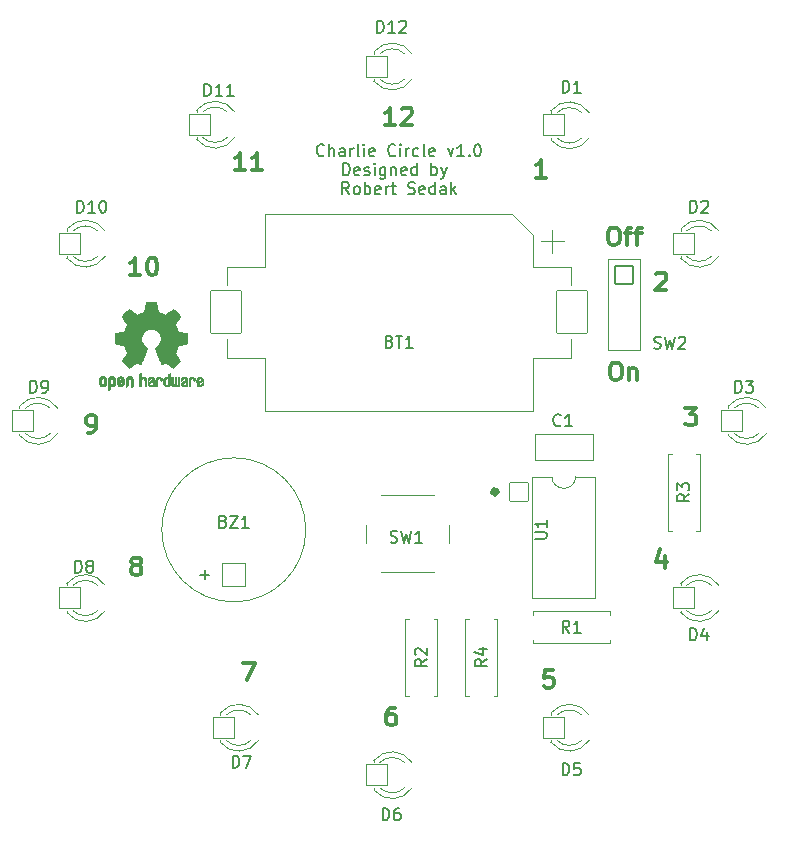
<source format=gto>
G04 #@! TF.GenerationSoftware,KiCad,Pcbnew,6.0.5-a6ca702e91~116~ubuntu20.04.1*
G04 #@! TF.CreationDate,2022-06-19T21:22:33+02:00*
G04 #@! TF.ProjectId,attiny85_charlie_circle,61747469-6e79-4383-955f-636861726c69,0.10*
G04 #@! TF.SameCoordinates,Original*
G04 #@! TF.FileFunction,Legend,Top*
G04 #@! TF.FilePolarity,Positive*
%FSLAX46Y46*%
G04 Gerber Fmt 4.6, Leading zero omitted, Abs format (unit mm)*
G04 Created by KiCad (PCBNEW 6.0.5-a6ca702e91~116~ubuntu20.04.1) date 2022-06-19 21:22:33*
%MOMM*%
%LPD*%
G01*
G04 APERTURE LIST*
G04 Aperture macros list*
%AMRoundRect*
0 Rectangle with rounded corners*
0 $1 Rounding radius*
0 $2 $3 $4 $5 $6 $7 $8 $9 X,Y pos of 4 corners*
0 Add a 4 corners polygon primitive as box body*
4,1,4,$2,$3,$4,$5,$6,$7,$8,$9,$2,$3,0*
0 Add four circle primitives for the rounded corners*
1,1,$1+$1,$2,$3*
1,1,$1+$1,$4,$5*
1,1,$1+$1,$6,$7*
1,1,$1+$1,$8,$9*
0 Add four rect primitives between the rounded corners*
20,1,$1+$1,$2,$3,$4,$5,0*
20,1,$1+$1,$4,$5,$6,$7,0*
20,1,$1+$1,$6,$7,$8,$9,0*
20,1,$1+$1,$8,$9,$2,$3,0*%
G04 Aperture macros list end*
%ADD10C,0.600000*%
%ADD11C,0.300000*%
%ADD12C,0.200000*%
%ADD13C,0.150000*%
%ADD14C,0.120000*%
%ADD15C,0.010000*%
%ADD16RoundRect,0.051000X-0.762000X-0.762000X0.762000X-0.762000X0.762000X0.762000X-0.762000X0.762000X0*%
%ADD17C,1.626000*%
%ADD18C,1.702000*%
%ADD19O,1.702000X1.702000*%
%ADD20RoundRect,0.051000X-0.800000X-0.800000X0.800000X-0.800000X0.800000X0.800000X-0.800000X0.800000X0*%
%ADD21RoundRect,0.051000X-0.900000X-0.900000X0.900000X-0.900000X0.900000X0.900000X-0.900000X0.900000X0*%
%ADD22C,1.902000*%
%ADD23RoundRect,0.051000X1.000000X-1.000000X1.000000X1.000000X-1.000000X1.000000X-1.000000X-1.000000X0*%
%ADD24C,2.102000*%
%ADD25RoundRect,0.051000X-1.300000X-1.800000X1.300000X-1.800000X1.300000X1.800000X-1.300000X1.800000X0*%
%ADD26C,1.502000*%
G04 APERTURE END LIST*
D10*
X108591400Y-106000000D02*
G75*
G03*
X108591400Y-106000000I-141400J0D01*
G01*
D11*
X118380000Y-83633571D02*
X118665714Y-83633571D01*
X118808571Y-83705000D01*
X118951428Y-83847857D01*
X119022857Y-84133571D01*
X119022857Y-84633571D01*
X118951428Y-84919285D01*
X118808571Y-85062142D01*
X118665714Y-85133571D01*
X118380000Y-85133571D01*
X118237142Y-85062142D01*
X118094285Y-84919285D01*
X118022857Y-84633571D01*
X118022857Y-84133571D01*
X118094285Y-83847857D01*
X118237142Y-83705000D01*
X118380000Y-83633571D01*
X119451428Y-84133571D02*
X120022857Y-84133571D01*
X119665714Y-85133571D02*
X119665714Y-83847857D01*
X119737142Y-83705000D01*
X119880000Y-83633571D01*
X120022857Y-83633571D01*
X120308571Y-84133571D02*
X120880000Y-84133571D01*
X120522857Y-85133571D02*
X120522857Y-83847857D01*
X120594285Y-83705000D01*
X120737142Y-83633571D01*
X120880000Y-83633571D01*
X122126428Y-87586428D02*
X122197857Y-87515000D01*
X122340714Y-87443571D01*
X122697857Y-87443571D01*
X122840714Y-87515000D01*
X122912142Y-87586428D01*
X122983571Y-87729285D01*
X122983571Y-87872142D01*
X122912142Y-88086428D01*
X122055000Y-88943571D01*
X122983571Y-88943571D01*
X78454285Y-87673571D02*
X77597142Y-87673571D01*
X78025714Y-87673571D02*
X78025714Y-86173571D01*
X77882857Y-86387857D01*
X77740000Y-86530714D01*
X77597142Y-86602142D01*
X79382857Y-86173571D02*
X79525714Y-86173571D01*
X79668571Y-86245000D01*
X79740000Y-86316428D01*
X79811428Y-86459285D01*
X79882857Y-86745000D01*
X79882857Y-87102142D01*
X79811428Y-87387857D01*
X79740000Y-87530714D01*
X79668571Y-87602142D01*
X79525714Y-87673571D01*
X79382857Y-87673571D01*
X79240000Y-87602142D01*
X79168571Y-87530714D01*
X79097142Y-87387857D01*
X79025714Y-87102142D01*
X79025714Y-86745000D01*
X79097142Y-86459285D01*
X79168571Y-86316428D01*
X79240000Y-86245000D01*
X79382857Y-86173571D01*
X77962142Y-112216428D02*
X77819285Y-112145000D01*
X77747857Y-112073571D01*
X77676428Y-111930714D01*
X77676428Y-111859285D01*
X77747857Y-111716428D01*
X77819285Y-111645000D01*
X77962142Y-111573571D01*
X78247857Y-111573571D01*
X78390714Y-111645000D01*
X78462142Y-111716428D01*
X78533571Y-111859285D01*
X78533571Y-111930714D01*
X78462142Y-112073571D01*
X78390714Y-112145000D01*
X78247857Y-112216428D01*
X77962142Y-112216428D01*
X77819285Y-112287857D01*
X77747857Y-112359285D01*
X77676428Y-112502142D01*
X77676428Y-112787857D01*
X77747857Y-112930714D01*
X77819285Y-113002142D01*
X77962142Y-113073571D01*
X78247857Y-113073571D01*
X78390714Y-113002142D01*
X78462142Y-112930714D01*
X78533571Y-112787857D01*
X78533571Y-112502142D01*
X78462142Y-112359285D01*
X78390714Y-112287857D01*
X78247857Y-112216428D01*
X87344285Y-78783571D02*
X86487142Y-78783571D01*
X86915714Y-78783571D02*
X86915714Y-77283571D01*
X86772857Y-77497857D01*
X86630000Y-77640714D01*
X86487142Y-77712142D01*
X88772857Y-78783571D02*
X87915714Y-78783571D01*
X88344285Y-78783571D02*
X88344285Y-77283571D01*
X88201428Y-77497857D01*
X88058571Y-77640714D01*
X87915714Y-77712142D01*
X112823571Y-79418571D02*
X111966428Y-79418571D01*
X112395000Y-79418571D02*
X112395000Y-77918571D01*
X112252142Y-78132857D01*
X112109285Y-78275714D01*
X111966428Y-78347142D01*
X118558571Y-95063571D02*
X118844285Y-95063571D01*
X118987142Y-95135000D01*
X119130000Y-95277857D01*
X119201428Y-95563571D01*
X119201428Y-96063571D01*
X119130000Y-96349285D01*
X118987142Y-96492142D01*
X118844285Y-96563571D01*
X118558571Y-96563571D01*
X118415714Y-96492142D01*
X118272857Y-96349285D01*
X118201428Y-96063571D01*
X118201428Y-95563571D01*
X118272857Y-95277857D01*
X118415714Y-95135000D01*
X118558571Y-95063571D01*
X119844285Y-95563571D02*
X119844285Y-96563571D01*
X119844285Y-95706428D02*
X119915714Y-95635000D01*
X120058571Y-95563571D01*
X120272857Y-95563571D01*
X120415714Y-95635000D01*
X120487142Y-95777857D01*
X120487142Y-96563571D01*
D12*
X93996666Y-77487142D02*
X93949047Y-77534761D01*
X93806190Y-77582380D01*
X93710952Y-77582380D01*
X93568095Y-77534761D01*
X93472857Y-77439523D01*
X93425238Y-77344285D01*
X93377619Y-77153809D01*
X93377619Y-77010952D01*
X93425238Y-76820476D01*
X93472857Y-76725238D01*
X93568095Y-76630000D01*
X93710952Y-76582380D01*
X93806190Y-76582380D01*
X93949047Y-76630000D01*
X93996666Y-76677619D01*
X94425238Y-77582380D02*
X94425238Y-76582380D01*
X94853809Y-77582380D02*
X94853809Y-77058571D01*
X94806190Y-76963333D01*
X94710952Y-76915714D01*
X94568095Y-76915714D01*
X94472857Y-76963333D01*
X94425238Y-77010952D01*
X95758571Y-77582380D02*
X95758571Y-77058571D01*
X95710952Y-76963333D01*
X95615714Y-76915714D01*
X95425238Y-76915714D01*
X95330000Y-76963333D01*
X95758571Y-77534761D02*
X95663333Y-77582380D01*
X95425238Y-77582380D01*
X95330000Y-77534761D01*
X95282380Y-77439523D01*
X95282380Y-77344285D01*
X95330000Y-77249047D01*
X95425238Y-77201428D01*
X95663333Y-77201428D01*
X95758571Y-77153809D01*
X96234761Y-77582380D02*
X96234761Y-76915714D01*
X96234761Y-77106190D02*
X96282380Y-77010952D01*
X96330000Y-76963333D01*
X96425238Y-76915714D01*
X96520476Y-76915714D01*
X96996666Y-77582380D02*
X96901428Y-77534761D01*
X96853809Y-77439523D01*
X96853809Y-76582380D01*
X97377619Y-77582380D02*
X97377619Y-76915714D01*
X97377619Y-76582380D02*
X97330000Y-76630000D01*
X97377619Y-76677619D01*
X97425238Y-76630000D01*
X97377619Y-76582380D01*
X97377619Y-76677619D01*
X98234761Y-77534761D02*
X98139523Y-77582380D01*
X97949047Y-77582380D01*
X97853809Y-77534761D01*
X97806190Y-77439523D01*
X97806190Y-77058571D01*
X97853809Y-76963333D01*
X97949047Y-76915714D01*
X98139523Y-76915714D01*
X98234761Y-76963333D01*
X98282380Y-77058571D01*
X98282380Y-77153809D01*
X97806190Y-77249047D01*
X100044285Y-77487142D02*
X99996666Y-77534761D01*
X99853809Y-77582380D01*
X99758571Y-77582380D01*
X99615714Y-77534761D01*
X99520476Y-77439523D01*
X99472857Y-77344285D01*
X99425238Y-77153809D01*
X99425238Y-77010952D01*
X99472857Y-76820476D01*
X99520476Y-76725238D01*
X99615714Y-76630000D01*
X99758571Y-76582380D01*
X99853809Y-76582380D01*
X99996666Y-76630000D01*
X100044285Y-76677619D01*
X100472857Y-77582380D02*
X100472857Y-76915714D01*
X100472857Y-76582380D02*
X100425238Y-76630000D01*
X100472857Y-76677619D01*
X100520476Y-76630000D01*
X100472857Y-76582380D01*
X100472857Y-76677619D01*
X100949047Y-77582380D02*
X100949047Y-76915714D01*
X100949047Y-77106190D02*
X100996666Y-77010952D01*
X101044285Y-76963333D01*
X101139523Y-76915714D01*
X101234761Y-76915714D01*
X101996666Y-77534761D02*
X101901428Y-77582380D01*
X101710952Y-77582380D01*
X101615714Y-77534761D01*
X101568095Y-77487142D01*
X101520476Y-77391904D01*
X101520476Y-77106190D01*
X101568095Y-77010952D01*
X101615714Y-76963333D01*
X101710952Y-76915714D01*
X101901428Y-76915714D01*
X101996666Y-76963333D01*
X102568095Y-77582380D02*
X102472857Y-77534761D01*
X102425238Y-77439523D01*
X102425238Y-76582380D01*
X103330000Y-77534761D02*
X103234761Y-77582380D01*
X103044285Y-77582380D01*
X102949047Y-77534761D01*
X102901428Y-77439523D01*
X102901428Y-77058571D01*
X102949047Y-76963333D01*
X103044285Y-76915714D01*
X103234761Y-76915714D01*
X103330000Y-76963333D01*
X103377619Y-77058571D01*
X103377619Y-77153809D01*
X102901428Y-77249047D01*
X104472857Y-76915714D02*
X104710952Y-77582380D01*
X104949047Y-76915714D01*
X105853809Y-77582380D02*
X105282380Y-77582380D01*
X105568095Y-77582380D02*
X105568095Y-76582380D01*
X105472857Y-76725238D01*
X105377619Y-76820476D01*
X105282380Y-76868095D01*
X106282380Y-77487142D02*
X106329999Y-77534761D01*
X106282380Y-77582380D01*
X106234761Y-77534761D01*
X106282380Y-77487142D01*
X106282380Y-77582380D01*
X106949047Y-76582380D02*
X107044285Y-76582380D01*
X107139523Y-76630000D01*
X107187142Y-76677619D01*
X107234761Y-76772857D01*
X107282380Y-76963333D01*
X107282380Y-77201428D01*
X107234761Y-77391904D01*
X107187142Y-77487142D01*
X107139523Y-77534761D01*
X107044285Y-77582380D01*
X106949047Y-77582380D01*
X106853809Y-77534761D01*
X106806190Y-77487142D01*
X106758571Y-77391904D01*
X106710952Y-77201428D01*
X106710952Y-76963333D01*
X106758571Y-76772857D01*
X106806190Y-76677619D01*
X106853809Y-76630000D01*
X106949047Y-76582380D01*
X95615714Y-79192380D02*
X95615714Y-78192380D01*
X95853809Y-78192380D01*
X95996666Y-78240000D01*
X96091904Y-78335238D01*
X96139523Y-78430476D01*
X96187142Y-78620952D01*
X96187142Y-78763809D01*
X96139523Y-78954285D01*
X96091904Y-79049523D01*
X95996666Y-79144761D01*
X95853809Y-79192380D01*
X95615714Y-79192380D01*
X96996666Y-79144761D02*
X96901428Y-79192380D01*
X96710952Y-79192380D01*
X96615714Y-79144761D01*
X96568095Y-79049523D01*
X96568095Y-78668571D01*
X96615714Y-78573333D01*
X96710952Y-78525714D01*
X96901428Y-78525714D01*
X96996666Y-78573333D01*
X97044285Y-78668571D01*
X97044285Y-78763809D01*
X96568095Y-78859047D01*
X97425238Y-79144761D02*
X97520476Y-79192380D01*
X97710952Y-79192380D01*
X97806190Y-79144761D01*
X97853809Y-79049523D01*
X97853809Y-79001904D01*
X97806190Y-78906666D01*
X97710952Y-78859047D01*
X97568095Y-78859047D01*
X97472857Y-78811428D01*
X97425238Y-78716190D01*
X97425238Y-78668571D01*
X97472857Y-78573333D01*
X97568095Y-78525714D01*
X97710952Y-78525714D01*
X97806190Y-78573333D01*
X98282380Y-79192380D02*
X98282380Y-78525714D01*
X98282380Y-78192380D02*
X98234761Y-78240000D01*
X98282380Y-78287619D01*
X98330000Y-78240000D01*
X98282380Y-78192380D01*
X98282380Y-78287619D01*
X99187142Y-78525714D02*
X99187142Y-79335238D01*
X99139523Y-79430476D01*
X99091904Y-79478095D01*
X98996666Y-79525714D01*
X98853809Y-79525714D01*
X98758571Y-79478095D01*
X99187142Y-79144761D02*
X99091904Y-79192380D01*
X98901428Y-79192380D01*
X98806190Y-79144761D01*
X98758571Y-79097142D01*
X98710952Y-79001904D01*
X98710952Y-78716190D01*
X98758571Y-78620952D01*
X98806190Y-78573333D01*
X98901428Y-78525714D01*
X99091904Y-78525714D01*
X99187142Y-78573333D01*
X99663333Y-78525714D02*
X99663333Y-79192380D01*
X99663333Y-78620952D02*
X99710952Y-78573333D01*
X99806190Y-78525714D01*
X99949047Y-78525714D01*
X100044285Y-78573333D01*
X100091904Y-78668571D01*
X100091904Y-79192380D01*
X100949047Y-79144761D02*
X100853809Y-79192380D01*
X100663333Y-79192380D01*
X100568095Y-79144761D01*
X100520476Y-79049523D01*
X100520476Y-78668571D01*
X100568095Y-78573333D01*
X100663333Y-78525714D01*
X100853809Y-78525714D01*
X100949047Y-78573333D01*
X100996666Y-78668571D01*
X100996666Y-78763809D01*
X100520476Y-78859047D01*
X101853809Y-79192380D02*
X101853809Y-78192380D01*
X101853809Y-79144761D02*
X101758571Y-79192380D01*
X101568095Y-79192380D01*
X101472857Y-79144761D01*
X101425238Y-79097142D01*
X101377619Y-79001904D01*
X101377619Y-78716190D01*
X101425238Y-78620952D01*
X101472857Y-78573333D01*
X101568095Y-78525714D01*
X101758571Y-78525714D01*
X101853809Y-78573333D01*
X103091904Y-79192380D02*
X103091904Y-78192380D01*
X103091904Y-78573333D02*
X103187142Y-78525714D01*
X103377619Y-78525714D01*
X103472857Y-78573333D01*
X103520476Y-78620952D01*
X103568095Y-78716190D01*
X103568095Y-79001904D01*
X103520476Y-79097142D01*
X103472857Y-79144761D01*
X103377619Y-79192380D01*
X103187142Y-79192380D01*
X103091904Y-79144761D01*
X103901428Y-78525714D02*
X104139523Y-79192380D01*
X104377619Y-78525714D02*
X104139523Y-79192380D01*
X104044285Y-79430476D01*
X103996666Y-79478095D01*
X103901428Y-79525714D01*
X96115714Y-80802380D02*
X95782380Y-80326190D01*
X95544285Y-80802380D02*
X95544285Y-79802380D01*
X95925238Y-79802380D01*
X96020476Y-79850000D01*
X96068095Y-79897619D01*
X96115714Y-79992857D01*
X96115714Y-80135714D01*
X96068095Y-80230952D01*
X96020476Y-80278571D01*
X95925238Y-80326190D01*
X95544285Y-80326190D01*
X96687142Y-80802380D02*
X96591904Y-80754761D01*
X96544285Y-80707142D01*
X96496666Y-80611904D01*
X96496666Y-80326190D01*
X96544285Y-80230952D01*
X96591904Y-80183333D01*
X96687142Y-80135714D01*
X96830000Y-80135714D01*
X96925238Y-80183333D01*
X96972857Y-80230952D01*
X97020476Y-80326190D01*
X97020476Y-80611904D01*
X96972857Y-80707142D01*
X96925238Y-80754761D01*
X96830000Y-80802380D01*
X96687142Y-80802380D01*
X97449047Y-80802380D02*
X97449047Y-79802380D01*
X97449047Y-80183333D02*
X97544285Y-80135714D01*
X97734761Y-80135714D01*
X97830000Y-80183333D01*
X97877619Y-80230952D01*
X97925238Y-80326190D01*
X97925238Y-80611904D01*
X97877619Y-80707142D01*
X97830000Y-80754761D01*
X97734761Y-80802380D01*
X97544285Y-80802380D01*
X97449047Y-80754761D01*
X98734761Y-80754761D02*
X98639523Y-80802380D01*
X98449047Y-80802380D01*
X98353809Y-80754761D01*
X98306190Y-80659523D01*
X98306190Y-80278571D01*
X98353809Y-80183333D01*
X98449047Y-80135714D01*
X98639523Y-80135714D01*
X98734761Y-80183333D01*
X98782380Y-80278571D01*
X98782380Y-80373809D01*
X98306190Y-80469047D01*
X99210952Y-80802380D02*
X99210952Y-80135714D01*
X99210952Y-80326190D02*
X99258571Y-80230952D01*
X99306190Y-80183333D01*
X99401428Y-80135714D01*
X99496666Y-80135714D01*
X99687142Y-80135714D02*
X100068095Y-80135714D01*
X99830000Y-79802380D02*
X99830000Y-80659523D01*
X99877619Y-80754761D01*
X99972857Y-80802380D01*
X100068095Y-80802380D01*
X101115714Y-80754761D02*
X101258571Y-80802380D01*
X101496666Y-80802380D01*
X101591904Y-80754761D01*
X101639523Y-80707142D01*
X101687142Y-80611904D01*
X101687142Y-80516666D01*
X101639523Y-80421428D01*
X101591904Y-80373809D01*
X101496666Y-80326190D01*
X101306190Y-80278571D01*
X101210952Y-80230952D01*
X101163333Y-80183333D01*
X101115714Y-80088095D01*
X101115714Y-79992857D01*
X101163333Y-79897619D01*
X101210952Y-79850000D01*
X101306190Y-79802380D01*
X101544285Y-79802380D01*
X101687142Y-79850000D01*
X102496666Y-80754761D02*
X102401428Y-80802380D01*
X102210952Y-80802380D01*
X102115714Y-80754761D01*
X102068095Y-80659523D01*
X102068095Y-80278571D01*
X102115714Y-80183333D01*
X102210952Y-80135714D01*
X102401428Y-80135714D01*
X102496666Y-80183333D01*
X102544285Y-80278571D01*
X102544285Y-80373809D01*
X102068095Y-80469047D01*
X103401428Y-80802380D02*
X103401428Y-79802380D01*
X103401428Y-80754761D02*
X103306190Y-80802380D01*
X103115714Y-80802380D01*
X103020476Y-80754761D01*
X102972857Y-80707142D01*
X102925238Y-80611904D01*
X102925238Y-80326190D01*
X102972857Y-80230952D01*
X103020476Y-80183333D01*
X103115714Y-80135714D01*
X103306190Y-80135714D01*
X103401428Y-80183333D01*
X104306190Y-80802380D02*
X104306190Y-80278571D01*
X104258571Y-80183333D01*
X104163333Y-80135714D01*
X103972857Y-80135714D01*
X103877619Y-80183333D01*
X104306190Y-80754761D02*
X104210952Y-80802380D01*
X103972857Y-80802380D01*
X103877619Y-80754761D01*
X103830000Y-80659523D01*
X103830000Y-80564285D01*
X103877619Y-80469047D01*
X103972857Y-80421428D01*
X104210952Y-80421428D01*
X104306190Y-80373809D01*
X104782380Y-80802380D02*
X104782380Y-79802380D01*
X104877619Y-80421428D02*
X105163333Y-80802380D01*
X105163333Y-80135714D02*
X104782380Y-80516666D01*
D11*
X100044285Y-74973571D02*
X99187142Y-74973571D01*
X99615714Y-74973571D02*
X99615714Y-73473571D01*
X99472857Y-73687857D01*
X99330000Y-73830714D01*
X99187142Y-73902142D01*
X100615714Y-73616428D02*
X100687142Y-73545000D01*
X100830000Y-73473571D01*
X101187142Y-73473571D01*
X101330000Y-73545000D01*
X101401428Y-73616428D01*
X101472857Y-73759285D01*
X101472857Y-73902142D01*
X101401428Y-74116428D01*
X100544285Y-74973571D01*
X101472857Y-74973571D01*
X87130000Y-120463571D02*
X88130000Y-120463571D01*
X87487142Y-121963571D01*
X124595000Y-98873571D02*
X125523571Y-98873571D01*
X125023571Y-99445000D01*
X125237857Y-99445000D01*
X125380714Y-99516428D01*
X125452142Y-99587857D01*
X125523571Y-99730714D01*
X125523571Y-100087857D01*
X125452142Y-100230714D01*
X125380714Y-100302142D01*
X125237857Y-100373571D01*
X124809285Y-100373571D01*
X124666428Y-100302142D01*
X124595000Y-100230714D01*
X99980714Y-124273571D02*
X99695000Y-124273571D01*
X99552142Y-124345000D01*
X99480714Y-124416428D01*
X99337857Y-124630714D01*
X99266428Y-124916428D01*
X99266428Y-125487857D01*
X99337857Y-125630714D01*
X99409285Y-125702142D01*
X99552142Y-125773571D01*
X99837857Y-125773571D01*
X99980714Y-125702142D01*
X100052142Y-125630714D01*
X100123571Y-125487857D01*
X100123571Y-125130714D01*
X100052142Y-124987857D01*
X99980714Y-124916428D01*
X99837857Y-124845000D01*
X99552142Y-124845000D01*
X99409285Y-124916428D01*
X99337857Y-124987857D01*
X99266428Y-125130714D01*
X74009285Y-101008571D02*
X74295000Y-101008571D01*
X74437857Y-100937142D01*
X74509285Y-100865714D01*
X74652142Y-100651428D01*
X74723571Y-100365714D01*
X74723571Y-99794285D01*
X74652142Y-99651428D01*
X74580714Y-99580000D01*
X74437857Y-99508571D01*
X74152142Y-99508571D01*
X74009285Y-99580000D01*
X73937857Y-99651428D01*
X73866428Y-99794285D01*
X73866428Y-100151428D01*
X73937857Y-100294285D01*
X74009285Y-100365714D01*
X74152142Y-100437142D01*
X74437857Y-100437142D01*
X74580714Y-100365714D01*
X74652142Y-100294285D01*
X74723571Y-100151428D01*
X113387142Y-121098571D02*
X112672857Y-121098571D01*
X112601428Y-121812857D01*
X112672857Y-121741428D01*
X112815714Y-121670000D01*
X113172857Y-121670000D01*
X113315714Y-121741428D01*
X113387142Y-121812857D01*
X113458571Y-121955714D01*
X113458571Y-122312857D01*
X113387142Y-122455714D01*
X113315714Y-122527142D01*
X113172857Y-122598571D01*
X112815714Y-122598571D01*
X112672857Y-122527142D01*
X112601428Y-122455714D01*
X122840714Y-111438571D02*
X122840714Y-112438571D01*
X122483571Y-110867142D02*
X122126428Y-111938571D01*
X123055000Y-111938571D01*
D13*
X121932890Y-93835790D02*
X122075747Y-93883409D01*
X122313843Y-93883409D01*
X122409081Y-93835790D01*
X122456700Y-93788171D01*
X122504319Y-93692933D01*
X122504319Y-93597695D01*
X122456700Y-93502457D01*
X122409081Y-93454838D01*
X122313843Y-93407219D01*
X122123366Y-93359600D01*
X122028128Y-93311981D01*
X121980509Y-93264362D01*
X121932890Y-93169124D01*
X121932890Y-93073886D01*
X121980509Y-92978648D01*
X122028128Y-92931029D01*
X122123366Y-92883409D01*
X122361462Y-92883409D01*
X122504319Y-92931029D01*
X122837652Y-92883409D02*
X123075747Y-93883409D01*
X123266224Y-93169124D01*
X123456700Y-93883409D01*
X123694795Y-92883409D01*
X124028128Y-92978648D02*
X124075747Y-92931029D01*
X124170985Y-92883409D01*
X124409081Y-92883409D01*
X124504319Y-92931029D01*
X124551938Y-92978648D01*
X124599557Y-93073886D01*
X124599557Y-93169124D01*
X124551938Y-93311981D01*
X123980509Y-93883409D01*
X124599557Y-93883409D01*
X124912380Y-106211666D02*
X124436190Y-106545000D01*
X124912380Y-106783095D02*
X123912380Y-106783095D01*
X123912380Y-106402142D01*
X123960000Y-106306904D01*
X124007619Y-106259285D01*
X124102857Y-106211666D01*
X124245714Y-106211666D01*
X124340952Y-106259285D01*
X124388571Y-106306904D01*
X124436190Y-106402142D01*
X124436190Y-106783095D01*
X123912380Y-105878333D02*
X123912380Y-105259285D01*
X124293333Y-105592619D01*
X124293333Y-105449761D01*
X124340952Y-105354523D01*
X124388571Y-105306904D01*
X124483809Y-105259285D01*
X124721904Y-105259285D01*
X124817142Y-105306904D01*
X124864761Y-105354523D01*
X124912380Y-105449761D01*
X124912380Y-105735476D01*
X124864761Y-105830714D01*
X124817142Y-105878333D01*
X102687380Y-120181666D02*
X102211190Y-120515000D01*
X102687380Y-120753095D02*
X101687380Y-120753095D01*
X101687380Y-120372142D01*
X101735000Y-120276904D01*
X101782619Y-120229285D01*
X101877857Y-120181666D01*
X102020714Y-120181666D01*
X102115952Y-120229285D01*
X102163571Y-120276904D01*
X102211190Y-120372142D01*
X102211190Y-120753095D01*
X101782619Y-119800714D02*
X101735000Y-119753095D01*
X101687380Y-119657857D01*
X101687380Y-119419761D01*
X101735000Y-119324523D01*
X101782619Y-119276904D01*
X101877857Y-119229285D01*
X101973095Y-119229285D01*
X102115952Y-119276904D01*
X102687380Y-119848333D01*
X102687380Y-119229285D01*
X114768333Y-117927380D02*
X114435000Y-117451190D01*
X114196904Y-117927380D02*
X114196904Y-116927380D01*
X114577857Y-116927380D01*
X114673095Y-116975000D01*
X114720714Y-117022619D01*
X114768333Y-117117857D01*
X114768333Y-117260714D01*
X114720714Y-117355952D01*
X114673095Y-117403571D01*
X114577857Y-117451190D01*
X114196904Y-117451190D01*
X115720714Y-117927380D02*
X115149285Y-117927380D01*
X115435000Y-117927380D02*
X115435000Y-116927380D01*
X115339761Y-117070238D01*
X115244523Y-117165476D01*
X115149285Y-117213095D01*
X107767380Y-120181666D02*
X107291190Y-120515000D01*
X107767380Y-120753095D02*
X106767380Y-120753095D01*
X106767380Y-120372142D01*
X106815000Y-120276904D01*
X106862619Y-120229285D01*
X106957857Y-120181666D01*
X107100714Y-120181666D01*
X107195952Y-120229285D01*
X107243571Y-120276904D01*
X107291190Y-120372142D01*
X107291190Y-120753095D01*
X107100714Y-119324523D02*
X107767380Y-119324523D01*
X106719761Y-119562619D02*
X107434047Y-119800714D01*
X107434047Y-119181666D01*
X111847380Y-109981904D02*
X112656904Y-109981904D01*
X112752142Y-109934285D01*
X112799761Y-109886666D01*
X112847380Y-109791428D01*
X112847380Y-109600952D01*
X112799761Y-109505714D01*
X112752142Y-109458095D01*
X112656904Y-109410476D01*
X111847380Y-109410476D01*
X112847380Y-108410476D02*
X112847380Y-108981904D01*
X112847380Y-108696190D02*
X111847380Y-108696190D01*
X111990238Y-108791428D01*
X112085476Y-108886666D01*
X112133095Y-108981904D01*
X124991904Y-82367380D02*
X124991904Y-81367380D01*
X125230000Y-81367380D01*
X125372857Y-81415000D01*
X125468095Y-81510238D01*
X125515714Y-81605476D01*
X125563333Y-81795952D01*
X125563333Y-81938809D01*
X125515714Y-82129285D01*
X125468095Y-82224523D01*
X125372857Y-82319761D01*
X125230000Y-82367380D01*
X124991904Y-82367380D01*
X125944285Y-81462619D02*
X125991904Y-81415000D01*
X126087142Y-81367380D01*
X126325238Y-81367380D01*
X126420476Y-81415000D01*
X126468095Y-81462619D01*
X126515714Y-81557857D01*
X126515714Y-81653095D01*
X126468095Y-81795952D01*
X125896666Y-82367380D01*
X126515714Y-82367380D01*
X128801904Y-97607380D02*
X128801904Y-96607380D01*
X129040000Y-96607380D01*
X129182857Y-96655000D01*
X129278095Y-96750238D01*
X129325714Y-96845476D01*
X129373333Y-97035952D01*
X129373333Y-97178809D01*
X129325714Y-97369285D01*
X129278095Y-97464523D01*
X129182857Y-97559761D01*
X129040000Y-97607380D01*
X128801904Y-97607380D01*
X129706666Y-96607380D02*
X130325714Y-96607380D01*
X129992380Y-96988333D01*
X130135238Y-96988333D01*
X130230476Y-97035952D01*
X130278095Y-97083571D01*
X130325714Y-97178809D01*
X130325714Y-97416904D01*
X130278095Y-97512142D01*
X130230476Y-97559761D01*
X130135238Y-97607380D01*
X129849523Y-97607380D01*
X129754285Y-97559761D01*
X129706666Y-97512142D01*
X124991904Y-118562380D02*
X124991904Y-117562380D01*
X125230000Y-117562380D01*
X125372857Y-117610000D01*
X125468095Y-117705238D01*
X125515714Y-117800476D01*
X125563333Y-117990952D01*
X125563333Y-118133809D01*
X125515714Y-118324285D01*
X125468095Y-118419523D01*
X125372857Y-118514761D01*
X125230000Y-118562380D01*
X124991904Y-118562380D01*
X126420476Y-117895714D02*
X126420476Y-118562380D01*
X126182380Y-117514761D02*
X125944285Y-118229047D01*
X126563333Y-118229047D01*
X114196904Y-129992380D02*
X114196904Y-128992380D01*
X114435000Y-128992380D01*
X114577857Y-129040000D01*
X114673095Y-129135238D01*
X114720714Y-129230476D01*
X114768333Y-129420952D01*
X114768333Y-129563809D01*
X114720714Y-129754285D01*
X114673095Y-129849523D01*
X114577857Y-129944761D01*
X114435000Y-129992380D01*
X114196904Y-129992380D01*
X115673095Y-128992380D02*
X115196904Y-128992380D01*
X115149285Y-129468571D01*
X115196904Y-129420952D01*
X115292142Y-129373333D01*
X115530238Y-129373333D01*
X115625476Y-129420952D01*
X115673095Y-129468571D01*
X115720714Y-129563809D01*
X115720714Y-129801904D01*
X115673095Y-129897142D01*
X115625476Y-129944761D01*
X115530238Y-129992380D01*
X115292142Y-129992380D01*
X115196904Y-129944761D01*
X115149285Y-129897142D01*
X98956904Y-133802380D02*
X98956904Y-132802380D01*
X99195000Y-132802380D01*
X99337857Y-132850000D01*
X99433095Y-132945238D01*
X99480714Y-133040476D01*
X99528333Y-133230952D01*
X99528333Y-133373809D01*
X99480714Y-133564285D01*
X99433095Y-133659523D01*
X99337857Y-133754761D01*
X99195000Y-133802380D01*
X98956904Y-133802380D01*
X100385476Y-132802380D02*
X100195000Y-132802380D01*
X100099761Y-132850000D01*
X100052142Y-132897619D01*
X99956904Y-133040476D01*
X99909285Y-133230952D01*
X99909285Y-133611904D01*
X99956904Y-133707142D01*
X100004523Y-133754761D01*
X100099761Y-133802380D01*
X100290238Y-133802380D01*
X100385476Y-133754761D01*
X100433095Y-133707142D01*
X100480714Y-133611904D01*
X100480714Y-133373809D01*
X100433095Y-133278571D01*
X100385476Y-133230952D01*
X100290238Y-133183333D01*
X100099761Y-133183333D01*
X100004523Y-133230952D01*
X99956904Y-133278571D01*
X99909285Y-133373809D01*
X86256904Y-129357380D02*
X86256904Y-128357380D01*
X86495000Y-128357380D01*
X86637857Y-128405000D01*
X86733095Y-128500238D01*
X86780714Y-128595476D01*
X86828333Y-128785952D01*
X86828333Y-128928809D01*
X86780714Y-129119285D01*
X86733095Y-129214523D01*
X86637857Y-129309761D01*
X86495000Y-129357380D01*
X86256904Y-129357380D01*
X87161666Y-128357380D02*
X87828333Y-128357380D01*
X87399761Y-129357380D01*
X72921904Y-112847380D02*
X72921904Y-111847380D01*
X73160000Y-111847380D01*
X73302857Y-111895000D01*
X73398095Y-111990238D01*
X73445714Y-112085476D01*
X73493333Y-112275952D01*
X73493333Y-112418809D01*
X73445714Y-112609285D01*
X73398095Y-112704523D01*
X73302857Y-112799761D01*
X73160000Y-112847380D01*
X72921904Y-112847380D01*
X74064761Y-112275952D02*
X73969523Y-112228333D01*
X73921904Y-112180714D01*
X73874285Y-112085476D01*
X73874285Y-112037857D01*
X73921904Y-111942619D01*
X73969523Y-111895000D01*
X74064761Y-111847380D01*
X74255238Y-111847380D01*
X74350476Y-111895000D01*
X74398095Y-111942619D01*
X74445714Y-112037857D01*
X74445714Y-112085476D01*
X74398095Y-112180714D01*
X74350476Y-112228333D01*
X74255238Y-112275952D01*
X74064761Y-112275952D01*
X73969523Y-112323571D01*
X73921904Y-112371190D01*
X73874285Y-112466428D01*
X73874285Y-112656904D01*
X73921904Y-112752142D01*
X73969523Y-112799761D01*
X74064761Y-112847380D01*
X74255238Y-112847380D01*
X74350476Y-112799761D01*
X74398095Y-112752142D01*
X74445714Y-112656904D01*
X74445714Y-112466428D01*
X74398095Y-112371190D01*
X74350476Y-112323571D01*
X74255238Y-112275952D01*
X69111904Y-97607380D02*
X69111904Y-96607380D01*
X69350000Y-96607380D01*
X69492857Y-96655000D01*
X69588095Y-96750238D01*
X69635714Y-96845476D01*
X69683333Y-97035952D01*
X69683333Y-97178809D01*
X69635714Y-97369285D01*
X69588095Y-97464523D01*
X69492857Y-97559761D01*
X69350000Y-97607380D01*
X69111904Y-97607380D01*
X70159523Y-97607380D02*
X70350000Y-97607380D01*
X70445238Y-97559761D01*
X70492857Y-97512142D01*
X70588095Y-97369285D01*
X70635714Y-97178809D01*
X70635714Y-96797857D01*
X70588095Y-96702619D01*
X70540476Y-96655000D01*
X70445238Y-96607380D01*
X70254761Y-96607380D01*
X70159523Y-96655000D01*
X70111904Y-96702619D01*
X70064285Y-96797857D01*
X70064285Y-97035952D01*
X70111904Y-97131190D01*
X70159523Y-97178809D01*
X70254761Y-97226428D01*
X70445238Y-97226428D01*
X70540476Y-97178809D01*
X70588095Y-97131190D01*
X70635714Y-97035952D01*
X73080714Y-82367380D02*
X73080714Y-81367380D01*
X73318809Y-81367380D01*
X73461666Y-81415000D01*
X73556904Y-81510238D01*
X73604523Y-81605476D01*
X73652142Y-81795952D01*
X73652142Y-81938809D01*
X73604523Y-82129285D01*
X73556904Y-82224523D01*
X73461666Y-82319761D01*
X73318809Y-82367380D01*
X73080714Y-82367380D01*
X74604523Y-82367380D02*
X74033095Y-82367380D01*
X74318809Y-82367380D02*
X74318809Y-81367380D01*
X74223571Y-81510238D01*
X74128333Y-81605476D01*
X74033095Y-81653095D01*
X75223571Y-81367380D02*
X75318809Y-81367380D01*
X75414047Y-81415000D01*
X75461666Y-81462619D01*
X75509285Y-81557857D01*
X75556904Y-81748333D01*
X75556904Y-81986428D01*
X75509285Y-82176904D01*
X75461666Y-82272142D01*
X75414047Y-82319761D01*
X75318809Y-82367380D01*
X75223571Y-82367380D01*
X75128333Y-82319761D01*
X75080714Y-82272142D01*
X75033095Y-82176904D01*
X74985476Y-81986428D01*
X74985476Y-81748333D01*
X75033095Y-81557857D01*
X75080714Y-81462619D01*
X75128333Y-81415000D01*
X75223571Y-81367380D01*
X83875714Y-72482380D02*
X83875714Y-71482380D01*
X84113809Y-71482380D01*
X84256666Y-71530000D01*
X84351904Y-71625238D01*
X84399523Y-71720476D01*
X84447142Y-71910952D01*
X84447142Y-72053809D01*
X84399523Y-72244285D01*
X84351904Y-72339523D01*
X84256666Y-72434761D01*
X84113809Y-72482380D01*
X83875714Y-72482380D01*
X85399523Y-72482380D02*
X84828095Y-72482380D01*
X85113809Y-72482380D02*
X85113809Y-71482380D01*
X85018571Y-71625238D01*
X84923333Y-71720476D01*
X84828095Y-71768095D01*
X86351904Y-72482380D02*
X85780476Y-72482380D01*
X86066190Y-72482380D02*
X86066190Y-71482380D01*
X85970952Y-71625238D01*
X85875714Y-71720476D01*
X85780476Y-71768095D01*
X98480714Y-67127380D02*
X98480714Y-66127380D01*
X98718809Y-66127380D01*
X98861666Y-66175000D01*
X98956904Y-66270238D01*
X99004523Y-66365476D01*
X99052142Y-66555952D01*
X99052142Y-66698809D01*
X99004523Y-66889285D01*
X98956904Y-66984523D01*
X98861666Y-67079761D01*
X98718809Y-67127380D01*
X98480714Y-67127380D01*
X100004523Y-67127380D02*
X99433095Y-67127380D01*
X99718809Y-67127380D02*
X99718809Y-66127380D01*
X99623571Y-66270238D01*
X99528333Y-66365476D01*
X99433095Y-66413095D01*
X100385476Y-66222619D02*
X100433095Y-66175000D01*
X100528333Y-66127380D01*
X100766428Y-66127380D01*
X100861666Y-66175000D01*
X100909285Y-66222619D01*
X100956904Y-66317857D01*
X100956904Y-66413095D01*
X100909285Y-66555952D01*
X100337857Y-67127380D01*
X100956904Y-67127380D01*
X85479047Y-108513571D02*
X85621904Y-108561190D01*
X85669523Y-108608809D01*
X85717142Y-108704047D01*
X85717142Y-108846904D01*
X85669523Y-108942142D01*
X85621904Y-108989761D01*
X85526666Y-109037380D01*
X85145714Y-109037380D01*
X85145714Y-108037380D01*
X85479047Y-108037380D01*
X85574285Y-108085000D01*
X85621904Y-108132619D01*
X85669523Y-108227857D01*
X85669523Y-108323095D01*
X85621904Y-108418333D01*
X85574285Y-108465952D01*
X85479047Y-108513571D01*
X85145714Y-108513571D01*
X86050476Y-108037380D02*
X86717142Y-108037380D01*
X86050476Y-109037380D01*
X86717142Y-109037380D01*
X87621904Y-109037380D02*
X87050476Y-109037380D01*
X87336190Y-109037380D02*
X87336190Y-108037380D01*
X87240952Y-108180238D01*
X87145714Y-108275476D01*
X87050476Y-108323095D01*
X83891428Y-113420952D02*
X83891428Y-112659047D01*
X84272380Y-113040000D02*
X83510476Y-113040000D01*
X99631666Y-110259761D02*
X99774523Y-110307380D01*
X100012619Y-110307380D01*
X100107857Y-110259761D01*
X100155476Y-110212142D01*
X100203095Y-110116904D01*
X100203095Y-110021666D01*
X100155476Y-109926428D01*
X100107857Y-109878809D01*
X100012619Y-109831190D01*
X99822142Y-109783571D01*
X99726904Y-109735952D01*
X99679285Y-109688333D01*
X99631666Y-109593095D01*
X99631666Y-109497857D01*
X99679285Y-109402619D01*
X99726904Y-109355000D01*
X99822142Y-109307380D01*
X100060238Y-109307380D01*
X100203095Y-109355000D01*
X100536428Y-109307380D02*
X100774523Y-110307380D01*
X100965000Y-109593095D01*
X101155476Y-110307380D01*
X101393571Y-109307380D01*
X102298333Y-110307380D02*
X101726904Y-110307380D01*
X102012619Y-110307380D02*
X102012619Y-109307380D01*
X101917380Y-109450238D01*
X101822142Y-109545476D01*
X101726904Y-109593095D01*
X99544285Y-93273571D02*
X99687142Y-93321190D01*
X99734761Y-93368809D01*
X99782380Y-93464047D01*
X99782380Y-93606904D01*
X99734761Y-93702142D01*
X99687142Y-93749761D01*
X99591904Y-93797380D01*
X99210952Y-93797380D01*
X99210952Y-92797380D01*
X99544285Y-92797380D01*
X99639523Y-92845000D01*
X99687142Y-92892619D01*
X99734761Y-92987857D01*
X99734761Y-93083095D01*
X99687142Y-93178333D01*
X99639523Y-93225952D01*
X99544285Y-93273571D01*
X99210952Y-93273571D01*
X100068095Y-92797380D02*
X100639523Y-92797380D01*
X100353809Y-93797380D02*
X100353809Y-92797380D01*
X101496666Y-93797380D02*
X100925238Y-93797380D01*
X101210952Y-93797380D02*
X101210952Y-92797380D01*
X101115714Y-92940238D01*
X101020476Y-93035476D01*
X100925238Y-93083095D01*
X114196904Y-72207380D02*
X114196904Y-71207380D01*
X114435000Y-71207380D01*
X114577857Y-71255000D01*
X114673095Y-71350238D01*
X114720714Y-71445476D01*
X114768333Y-71635952D01*
X114768333Y-71778809D01*
X114720714Y-71969285D01*
X114673095Y-72064523D01*
X114577857Y-72159761D01*
X114435000Y-72207380D01*
X114196904Y-72207380D01*
X115720714Y-72207380D02*
X115149285Y-72207380D01*
X115435000Y-72207380D02*
X115435000Y-71207380D01*
X115339761Y-71350238D01*
X115244523Y-71445476D01*
X115149285Y-71493095D01*
X114033333Y-100357142D02*
X113985714Y-100404761D01*
X113842857Y-100452380D01*
X113747619Y-100452380D01*
X113604761Y-100404761D01*
X113509523Y-100309523D01*
X113461904Y-100214285D01*
X113414285Y-100023809D01*
X113414285Y-99880952D01*
X113461904Y-99690476D01*
X113509523Y-99595238D01*
X113604761Y-99500000D01*
X113747619Y-99452380D01*
X113842857Y-99452380D01*
X113985714Y-99500000D01*
X114033333Y-99547619D01*
X114985714Y-100452380D02*
X114414285Y-100452380D01*
X114700000Y-100452380D02*
X114700000Y-99452380D01*
X114604761Y-99595238D01*
X114509523Y-99690476D01*
X114414285Y-99738095D01*
D14*
X118038880Y-94030800D02*
X120770000Y-94030800D01*
X118038880Y-94030800D02*
X118038880Y-86309200D01*
X120770000Y-86309200D02*
X120770000Y-93980000D01*
X118038880Y-86309200D02*
X120770000Y-86309200D01*
X123090000Y-102775000D02*
X123090000Y-109315000D01*
X125830000Y-102775000D02*
X125830000Y-109315000D01*
X123090000Y-109315000D02*
X123420000Y-109315000D01*
X125830000Y-109315000D02*
X125500000Y-109315000D01*
X125500000Y-102775000D02*
X125830000Y-102775000D01*
X123420000Y-102775000D02*
X123090000Y-102775000D01*
X100865000Y-123285000D02*
X100865000Y-116745000D01*
X103605000Y-123285000D02*
X103605000Y-116745000D01*
X100865000Y-116745000D02*
X101195000Y-116745000D01*
X103275000Y-123285000D02*
X103605000Y-123285000D01*
X103605000Y-116745000D02*
X103275000Y-116745000D01*
X101195000Y-123285000D02*
X100865000Y-123285000D01*
X118205000Y-116105000D02*
X111665000Y-116105000D01*
X118205000Y-118515000D02*
X118205000Y-118845000D01*
X111665000Y-116105000D02*
X111665000Y-116435000D01*
X111665000Y-118845000D02*
X111665000Y-118515000D01*
X118205000Y-116435000D02*
X118205000Y-116105000D01*
X118205000Y-118845000D02*
X111665000Y-118845000D01*
X108685000Y-116745000D02*
X108355000Y-116745000D01*
X105945000Y-123285000D02*
X105945000Y-116745000D01*
X106275000Y-123285000D02*
X105945000Y-123285000D01*
X108355000Y-123285000D02*
X108685000Y-123285000D01*
X105945000Y-116745000D02*
X106275000Y-116745000D01*
X108685000Y-123285000D02*
X108685000Y-116745000D01*
X116950000Y-104715000D02*
X115300000Y-104715000D01*
X116950000Y-114995000D02*
X116950000Y-104715000D01*
X111650000Y-104715000D02*
X111650000Y-114995000D01*
X111650000Y-114995000D02*
X116950000Y-114995000D01*
X113300000Y-104715000D02*
X111650000Y-104715000D01*
X113300000Y-104715000D02*
G75*
G03*
X115300000Y-104715000I1000000J0D01*
G01*
X124190000Y-86080000D02*
X124190000Y-86236000D01*
X124190000Y-83764000D02*
X124190000Y-83920000D01*
X127422335Y-83921392D02*
G75*
G03*
X124190000Y-83764484I-1672335J-1078608D01*
G01*
X124190000Y-86235516D02*
G75*
G03*
X127422335Y-86078608I1560000J1235516D01*
G01*
X126791130Y-83920163D02*
G75*
G03*
X124709039Y-83920000I-1041130J-1079837D01*
G01*
X124709039Y-86080000D02*
G75*
G03*
X126791130Y-86079837I1040961J1080000D01*
G01*
X128210000Y-101080000D02*
X128210000Y-101236000D01*
X128210000Y-98764000D02*
X128210000Y-98920000D01*
X130811130Y-98920163D02*
G75*
G03*
X128729039Y-98920000I-1041130J-1079837D01*
G01*
X128729039Y-101080000D02*
G75*
G03*
X130811130Y-101079837I1040961J1080000D01*
G01*
X131442335Y-98921392D02*
G75*
G03*
X128210000Y-98764484I-1672335J-1078608D01*
G01*
X128210000Y-101235516D02*
G75*
G03*
X131442335Y-101078608I1560000J1235516D01*
G01*
X124190000Y-116080000D02*
X124190000Y-116236000D01*
X124190000Y-113764000D02*
X124190000Y-113920000D01*
X126791130Y-113920163D02*
G75*
G03*
X124709039Y-113920000I-1041130J-1079837D01*
G01*
X127422335Y-113921392D02*
G75*
G03*
X124190000Y-113764484I-1672335J-1078608D01*
G01*
X124709039Y-116080000D02*
G75*
G03*
X126791130Y-116079837I1040961J1080000D01*
G01*
X124190000Y-116235516D02*
G75*
G03*
X127422335Y-116078608I1560000J1235516D01*
G01*
X113210000Y-127060000D02*
X113210000Y-127216000D01*
X113210000Y-124744000D02*
X113210000Y-124900000D01*
X115811130Y-124900163D02*
G75*
G03*
X113729039Y-124900000I-1041130J-1079837D01*
G01*
X116442335Y-124901392D02*
G75*
G03*
X113210000Y-124744484I-1672335J-1078608D01*
G01*
X113210000Y-127215516D02*
G75*
G03*
X116442335Y-127058608I1560000J1235516D01*
G01*
X113729039Y-127060000D02*
G75*
G03*
X115811130Y-127059837I1040961J1080000D01*
G01*
X98210000Y-128764000D02*
X98210000Y-128920000D01*
X98210000Y-131080000D02*
X98210000Y-131236000D01*
X98210000Y-131235516D02*
G75*
G03*
X101442335Y-131078608I1560000J1235516D01*
G01*
X98729039Y-131080000D02*
G75*
G03*
X100811130Y-131079837I1040961J1080000D01*
G01*
X101442335Y-128921392D02*
G75*
G03*
X98210000Y-128764484I-1672335J-1078608D01*
G01*
X100811130Y-128920163D02*
G75*
G03*
X98729039Y-128920000I-1041130J-1079837D01*
G01*
X85210000Y-127060000D02*
X85210000Y-127216000D01*
X85210000Y-124744000D02*
X85210000Y-124900000D01*
X85210000Y-127215516D02*
G75*
G03*
X88442335Y-127058608I1560000J1235516D01*
G01*
X85729039Y-127060000D02*
G75*
G03*
X87811130Y-127059837I1040961J1080000D01*
G01*
X88442335Y-124901392D02*
G75*
G03*
X85210000Y-124744484I-1672335J-1078608D01*
G01*
X87811130Y-124900163D02*
G75*
G03*
X85729039Y-124900000I-1041130J-1079837D01*
G01*
X72230000Y-116080000D02*
X72230000Y-116236000D01*
X72230000Y-113764000D02*
X72230000Y-113920000D01*
X75462335Y-113921392D02*
G75*
G03*
X72230000Y-113764484I-1672335J-1078608D01*
G01*
X74831130Y-113920163D02*
G75*
G03*
X72749039Y-113920000I-1041130J-1079837D01*
G01*
X72749039Y-116080000D02*
G75*
G03*
X74831130Y-116079837I1040961J1080000D01*
G01*
X72230000Y-116235516D02*
G75*
G03*
X75462335Y-116078608I1560000J1235516D01*
G01*
X68210000Y-101080000D02*
X68210000Y-101236000D01*
X68210000Y-98764000D02*
X68210000Y-98920000D01*
X70811130Y-98920163D02*
G75*
G03*
X68729039Y-98920000I-1041130J-1079837D01*
G01*
X71442335Y-98921392D02*
G75*
G03*
X68210000Y-98764484I-1672335J-1078608D01*
G01*
X68729039Y-101080000D02*
G75*
G03*
X70811130Y-101079837I1040961J1080000D01*
G01*
X68210000Y-101235516D02*
G75*
G03*
X71442335Y-101078608I1560000J1235516D01*
G01*
X72230000Y-83764000D02*
X72230000Y-83920000D01*
X72230000Y-86080000D02*
X72230000Y-86236000D01*
X72749039Y-86080000D02*
G75*
G03*
X74831130Y-86079837I1040961J1080000D01*
G01*
X72230000Y-86235516D02*
G75*
G03*
X75462335Y-86078608I1560000J1235516D01*
G01*
X75462335Y-83921392D02*
G75*
G03*
X72230000Y-83764484I-1672335J-1078608D01*
G01*
X74831130Y-83920163D02*
G75*
G03*
X72749039Y-83920000I-1041130J-1079837D01*
G01*
X83210000Y-76010000D02*
X83210000Y-76166000D01*
X83210000Y-73694000D02*
X83210000Y-73850000D01*
X83729039Y-76010000D02*
G75*
G03*
X85811130Y-76009837I1040961J1080000D01*
G01*
X85811130Y-73850163D02*
G75*
G03*
X83729039Y-73850000I-1041130J-1079837D01*
G01*
X86442335Y-73851392D02*
G75*
G03*
X83210000Y-73694484I-1672335J-1078608D01*
G01*
X83210000Y-76165516D02*
G75*
G03*
X86442335Y-76008608I1560000J1235516D01*
G01*
X98210000Y-68764000D02*
X98210000Y-68920000D01*
X98210000Y-71080000D02*
X98210000Y-71236000D01*
X98210000Y-71235516D02*
G75*
G03*
X101442335Y-71078608I1560000J1235516D01*
G01*
X98729039Y-71080000D02*
G75*
G03*
X100811130Y-71079837I1040961J1080000D01*
G01*
X100811130Y-68920163D02*
G75*
G03*
X98729039Y-68920000I-1041130J-1079837D01*
G01*
X101442335Y-68921392D02*
G75*
G03*
X98210000Y-68764484I-1672335J-1078608D01*
G01*
X92460000Y-109230000D02*
G75*
G03*
X92460000Y-109230000I-6100000J0D01*
G01*
X97540000Y-108815000D02*
X97540000Y-110315000D01*
X103290000Y-106315000D02*
X98790000Y-106315000D01*
X104540000Y-110315000D02*
X104540000Y-108815000D01*
X98790000Y-112815000D02*
X103290000Y-112815000D01*
X114880000Y-86955000D02*
X114880000Y-88505000D01*
X88980000Y-82455000D02*
X109880000Y-82455000D01*
X88980000Y-94655000D02*
X85780000Y-94655000D01*
X88980000Y-86955000D02*
X85780000Y-86955000D01*
X112330000Y-84805000D02*
X114330000Y-84805000D01*
X111680000Y-94655000D02*
X114880000Y-94655000D01*
X111680000Y-99155000D02*
X88980000Y-99155000D01*
X109880000Y-82455000D02*
X111680000Y-84255000D01*
X88980000Y-82455000D02*
X88980000Y-86955000D01*
X85780000Y-86955000D02*
X85780000Y-88505000D01*
X88980000Y-99155000D02*
X88980000Y-94655000D01*
X114880000Y-94655000D02*
X114880000Y-93105000D01*
X113330000Y-85805000D02*
X113330000Y-83805000D01*
X111680000Y-86955000D02*
X114880000Y-86955000D01*
X111680000Y-99155000D02*
X111680000Y-94655000D01*
X111680000Y-84255000D02*
X111680000Y-86955000D01*
X85780000Y-94655000D02*
X85780000Y-93105000D01*
X113210000Y-73744000D02*
X113210000Y-73900000D01*
X113210000Y-76060000D02*
X113210000Y-76216000D01*
X113210000Y-76215516D02*
G75*
G03*
X116442335Y-76058608I1560000J1235516D01*
G01*
X115811130Y-73900163D02*
G75*
G03*
X113729039Y-73900000I-1041130J-1079837D01*
G01*
X116442335Y-73901392D02*
G75*
G03*
X113210000Y-73744484I-1672335J-1078608D01*
G01*
X113729039Y-76060000D02*
G75*
G03*
X115811130Y-76059837I1040961J1080000D01*
G01*
X116740000Y-101115000D02*
X111900000Y-101115000D01*
X111900000Y-103355000D02*
X111900000Y-101115000D01*
X116740000Y-103355000D02*
X111900000Y-103355000D01*
X116740000Y-103355000D02*
X116740000Y-101115000D01*
G36*
X77621664Y-96245089D02*
G01*
X77684367Y-96281358D01*
X77727961Y-96317358D01*
X77759845Y-96355075D01*
X77781810Y-96401199D01*
X77795649Y-96462421D01*
X77803153Y-96545431D01*
X77806117Y-96656919D01*
X77806461Y-96737062D01*
X77806461Y-97032065D01*
X77640385Y-97106515D01*
X77630615Y-96783402D01*
X77626579Y-96662729D01*
X77622344Y-96575141D01*
X77617097Y-96514650D01*
X77610025Y-96475268D01*
X77600311Y-96451007D01*
X77587144Y-96435880D01*
X77582919Y-96432606D01*
X77518909Y-96407034D01*
X77454208Y-96417153D01*
X77415692Y-96444000D01*
X77400025Y-96463024D01*
X77389180Y-96487988D01*
X77382288Y-96525834D01*
X77378479Y-96583502D01*
X77376883Y-96667935D01*
X77376615Y-96755928D01*
X77376563Y-96866323D01*
X77374672Y-96944463D01*
X77368345Y-96997165D01*
X77354983Y-97031242D01*
X77331985Y-97053511D01*
X77296754Y-97070787D01*
X77249697Y-97088738D01*
X77198303Y-97108278D01*
X77204421Y-96761485D01*
X77206884Y-96636468D01*
X77209767Y-96544082D01*
X77213898Y-96477881D01*
X77220107Y-96431420D01*
X77229226Y-96398256D01*
X77242083Y-96371944D01*
X77257584Y-96348729D01*
X77332371Y-96274569D01*
X77423628Y-96231684D01*
X77522883Y-96221412D01*
X77621664Y-96245089D01*
G37*
D15*
X77621664Y-96245089D02*
X77684367Y-96281358D01*
X77727961Y-96317358D01*
X77759845Y-96355075D01*
X77781810Y-96401199D01*
X77795649Y-96462421D01*
X77803153Y-96545431D01*
X77806117Y-96656919D01*
X77806461Y-96737062D01*
X77806461Y-97032065D01*
X77640385Y-97106515D01*
X77630615Y-96783402D01*
X77626579Y-96662729D01*
X77622344Y-96575141D01*
X77617097Y-96514650D01*
X77610025Y-96475268D01*
X77600311Y-96451007D01*
X77587144Y-96435880D01*
X77582919Y-96432606D01*
X77518909Y-96407034D01*
X77454208Y-96417153D01*
X77415692Y-96444000D01*
X77400025Y-96463024D01*
X77389180Y-96487988D01*
X77382288Y-96525834D01*
X77378479Y-96583502D01*
X77376883Y-96667935D01*
X77376615Y-96755928D01*
X77376563Y-96866323D01*
X77374672Y-96944463D01*
X77368345Y-96997165D01*
X77354983Y-97031242D01*
X77331985Y-97053511D01*
X77296754Y-97070787D01*
X77249697Y-97088738D01*
X77198303Y-97108278D01*
X77204421Y-96761485D01*
X77206884Y-96636468D01*
X77209767Y-96544082D01*
X77213898Y-96477881D01*
X77220107Y-96431420D01*
X77229226Y-96398256D01*
X77242083Y-96371944D01*
X77257584Y-96348729D01*
X77332371Y-96274569D01*
X77423628Y-96231684D01*
X77522883Y-96221412D01*
X77621664Y-96245089D01*
G36*
X78509846Y-96142120D02*
G01*
X78515572Y-96221980D01*
X78522149Y-96269039D01*
X78531262Y-96289566D01*
X78544598Y-96289829D01*
X78548923Y-96287378D01*
X78606444Y-96269636D01*
X78681268Y-96270672D01*
X78757339Y-96288910D01*
X78804918Y-96312505D01*
X78853702Y-96350198D01*
X78889364Y-96392855D01*
X78913845Y-96447057D01*
X78929087Y-96519384D01*
X78937030Y-96616419D01*
X78939616Y-96744742D01*
X78939662Y-96769358D01*
X78939692Y-97045870D01*
X78878161Y-97067320D01*
X78834459Y-97081912D01*
X78810482Y-97088706D01*
X78809777Y-97088769D01*
X78807415Y-97070345D01*
X78805406Y-97019526D01*
X78803901Y-96942993D01*
X78803053Y-96847430D01*
X78802923Y-96789329D01*
X78802651Y-96674771D01*
X78801252Y-96592667D01*
X78797849Y-96536393D01*
X78791567Y-96499326D01*
X78781529Y-96474844D01*
X78766861Y-96456325D01*
X78757702Y-96447406D01*
X78694789Y-96411466D01*
X78626136Y-96408775D01*
X78563848Y-96439170D01*
X78552329Y-96450144D01*
X78535433Y-96470779D01*
X78523714Y-96495256D01*
X78516233Y-96530647D01*
X78512054Y-96584026D01*
X78510237Y-96662466D01*
X78509846Y-96770617D01*
X78509846Y-97045870D01*
X78448315Y-97067320D01*
X78404613Y-97081912D01*
X78380636Y-97088706D01*
X78379930Y-97088769D01*
X78378126Y-97070069D01*
X78376500Y-97017322D01*
X78375117Y-96935557D01*
X78374042Y-96829805D01*
X78373340Y-96705094D01*
X78373077Y-96566455D01*
X78373077Y-96031806D01*
X78500077Y-95978236D01*
X78509846Y-96142120D01*
G37*
X78509846Y-96142120D02*
X78515572Y-96221980D01*
X78522149Y-96269039D01*
X78531262Y-96289566D01*
X78544598Y-96289829D01*
X78548923Y-96287378D01*
X78606444Y-96269636D01*
X78681268Y-96270672D01*
X78757339Y-96288910D01*
X78804918Y-96312505D01*
X78853702Y-96350198D01*
X78889364Y-96392855D01*
X78913845Y-96447057D01*
X78929087Y-96519384D01*
X78937030Y-96616419D01*
X78939616Y-96744742D01*
X78939662Y-96769358D01*
X78939692Y-97045870D01*
X78878161Y-97067320D01*
X78834459Y-97081912D01*
X78810482Y-97088706D01*
X78809777Y-97088769D01*
X78807415Y-97070345D01*
X78805406Y-97019526D01*
X78803901Y-96942993D01*
X78803053Y-96847430D01*
X78802923Y-96789329D01*
X78802651Y-96674771D01*
X78801252Y-96592667D01*
X78797849Y-96536393D01*
X78791567Y-96499326D01*
X78781529Y-96474844D01*
X78766861Y-96456325D01*
X78757702Y-96447406D01*
X78694789Y-96411466D01*
X78626136Y-96408775D01*
X78563848Y-96439170D01*
X78552329Y-96450144D01*
X78535433Y-96470779D01*
X78523714Y-96495256D01*
X78516233Y-96530647D01*
X78512054Y-96584026D01*
X78510237Y-96662466D01*
X78509846Y-96770617D01*
X78509846Y-97045870D01*
X78448315Y-97067320D01*
X78404613Y-97081912D01*
X78380636Y-97088706D01*
X78379930Y-97088769D01*
X78378126Y-97070069D01*
X78376500Y-97017322D01*
X78375117Y-96935557D01*
X78374042Y-96829805D01*
X78373340Y-96705094D01*
X78373077Y-96566455D01*
X78373077Y-96031806D01*
X78500077Y-95978236D01*
X78509846Y-96142120D01*
G36*
X75706873Y-96544679D02*
G01*
X75710606Y-96480905D01*
X75715907Y-96435582D01*
X75723258Y-96403555D01*
X75733143Y-96379668D01*
X75746046Y-96358764D01*
X75751579Y-96350898D01*
X75824969Y-96276595D01*
X75917760Y-96234467D01*
X76025096Y-96222722D01*
X76118886Y-96234505D01*
X76193539Y-96271727D01*
X76259431Y-96340261D01*
X76277577Y-96365648D01*
X76297345Y-96398866D01*
X76310172Y-96434945D01*
X76317510Y-96483098D01*
X76320813Y-96552536D01*
X76321538Y-96644206D01*
X76318263Y-96769830D01*
X76306877Y-96864154D01*
X76285041Y-96934523D01*
X76250419Y-96988286D01*
X76200670Y-97032788D01*
X76197014Y-97035423D01*
X76147985Y-97062377D01*
X76088945Y-97075712D01*
X76013859Y-97079000D01*
X75891795Y-97079000D01*
X75891744Y-97197497D01*
X75890608Y-97263492D01*
X75883686Y-97302202D01*
X75865598Y-97325419D01*
X75830962Y-97344933D01*
X75822645Y-97348920D01*
X75783720Y-97367603D01*
X75753583Y-97379403D01*
X75731174Y-97380422D01*
X75715433Y-97366761D01*
X75705302Y-97334522D01*
X75699723Y-97279804D01*
X75697635Y-97198711D01*
X75697981Y-97087344D01*
X75699700Y-96941802D01*
X75700237Y-96898269D01*
X75702172Y-96748205D01*
X75703904Y-96650042D01*
X75891692Y-96650042D01*
X75892748Y-96733364D01*
X75897438Y-96787880D01*
X75908051Y-96823837D01*
X75926872Y-96851482D01*
X75939650Y-96864965D01*
X75991890Y-96904417D01*
X76038142Y-96907628D01*
X76085867Y-96875049D01*
X76087077Y-96873846D01*
X76106494Y-96848668D01*
X76118307Y-96814447D01*
X76124265Y-96761748D01*
X76126120Y-96681131D01*
X76126154Y-96663271D01*
X76121670Y-96552175D01*
X76107074Y-96475161D01*
X76080650Y-96428147D01*
X76040683Y-96407050D01*
X76017584Y-96404923D01*
X75962762Y-96414900D01*
X75925158Y-96447752D01*
X75902523Y-96507857D01*
X75892606Y-96599598D01*
X75891692Y-96650042D01*
X75703904Y-96650042D01*
X75704222Y-96632060D01*
X75706873Y-96544679D01*
G37*
X75706873Y-96544679D02*
X75710606Y-96480905D01*
X75715907Y-96435582D01*
X75723258Y-96403555D01*
X75733143Y-96379668D01*
X75746046Y-96358764D01*
X75751579Y-96350898D01*
X75824969Y-96276595D01*
X75917760Y-96234467D01*
X76025096Y-96222722D01*
X76118886Y-96234505D01*
X76193539Y-96271727D01*
X76259431Y-96340261D01*
X76277577Y-96365648D01*
X76297345Y-96398866D01*
X76310172Y-96434945D01*
X76317510Y-96483098D01*
X76320813Y-96552536D01*
X76321538Y-96644206D01*
X76318263Y-96769830D01*
X76306877Y-96864154D01*
X76285041Y-96934523D01*
X76250419Y-96988286D01*
X76200670Y-97032788D01*
X76197014Y-97035423D01*
X76147985Y-97062377D01*
X76088945Y-97075712D01*
X76013859Y-97079000D01*
X75891795Y-97079000D01*
X75891744Y-97197497D01*
X75890608Y-97263492D01*
X75883686Y-97302202D01*
X75865598Y-97325419D01*
X75830962Y-97344933D01*
X75822645Y-97348920D01*
X75783720Y-97367603D01*
X75753583Y-97379403D01*
X75731174Y-97380422D01*
X75715433Y-97366761D01*
X75705302Y-97334522D01*
X75699723Y-97279804D01*
X75697635Y-97198711D01*
X75697981Y-97087344D01*
X75699700Y-96941802D01*
X75700237Y-96898269D01*
X75702172Y-96748205D01*
X75703904Y-96650042D01*
X75891692Y-96650042D01*
X75892748Y-96733364D01*
X75897438Y-96787880D01*
X75908051Y-96823837D01*
X75926872Y-96851482D01*
X75939650Y-96864965D01*
X75991890Y-96904417D01*
X76038142Y-96907628D01*
X76085867Y-96875049D01*
X76087077Y-96873846D01*
X76106494Y-96848668D01*
X76118307Y-96814447D01*
X76124265Y-96761748D01*
X76126120Y-96681131D01*
X76126154Y-96663271D01*
X76121670Y-96552175D01*
X76107074Y-96475161D01*
X76080650Y-96428147D01*
X76040683Y-96407050D01*
X76017584Y-96404923D01*
X75962762Y-96414900D01*
X75925158Y-96447752D01*
X75902523Y-96507857D01*
X75892606Y-96599598D01*
X75891692Y-96650042D01*
X75703904Y-96650042D01*
X75704222Y-96632060D01*
X75706873Y-96544679D01*
G36*
X81745929Y-96286662D02*
G01*
X81748911Y-96338068D01*
X81751247Y-96416192D01*
X81752749Y-96514857D01*
X81753231Y-96618343D01*
X81753231Y-96968533D01*
X81691401Y-97030363D01*
X81648793Y-97068462D01*
X81611390Y-97083895D01*
X81560270Y-97082918D01*
X81539978Y-97080433D01*
X81476554Y-97073200D01*
X81424095Y-97069055D01*
X81411308Y-97068672D01*
X81368199Y-97071176D01*
X81306544Y-97077462D01*
X81282638Y-97080433D01*
X81223922Y-97085028D01*
X81184464Y-97075046D01*
X81145338Y-97044228D01*
X81131215Y-97030363D01*
X81069385Y-96968533D01*
X81069385Y-96313503D01*
X81119150Y-96290829D01*
X81162002Y-96274034D01*
X81187073Y-96268154D01*
X81193501Y-96286736D01*
X81199509Y-96338655D01*
X81204697Y-96418172D01*
X81208664Y-96519546D01*
X81210577Y-96605192D01*
X81215923Y-96942231D01*
X81262560Y-96948825D01*
X81304976Y-96944214D01*
X81325760Y-96929287D01*
X81331570Y-96901377D01*
X81336530Y-96841925D01*
X81340246Y-96758466D01*
X81342324Y-96658532D01*
X81342624Y-96607104D01*
X81342923Y-96311054D01*
X81404454Y-96289604D01*
X81448004Y-96275020D01*
X81471694Y-96268219D01*
X81472377Y-96268154D01*
X81474754Y-96286642D01*
X81477366Y-96337906D01*
X81479995Y-96415649D01*
X81482421Y-96513574D01*
X81484115Y-96605192D01*
X81489461Y-96942231D01*
X81606692Y-96942231D01*
X81612072Y-96634746D01*
X81617451Y-96327261D01*
X81674601Y-96297707D01*
X81716797Y-96277413D01*
X81741770Y-96268204D01*
X81742491Y-96268154D01*
X81745929Y-96286662D01*
G37*
X81745929Y-96286662D02*
X81748911Y-96338068D01*
X81751247Y-96416192D01*
X81752749Y-96514857D01*
X81753231Y-96618343D01*
X81753231Y-96968533D01*
X81691401Y-97030363D01*
X81648793Y-97068462D01*
X81611390Y-97083895D01*
X81560270Y-97082918D01*
X81539978Y-97080433D01*
X81476554Y-97073200D01*
X81424095Y-97069055D01*
X81411308Y-97068672D01*
X81368199Y-97071176D01*
X81306544Y-97077462D01*
X81282638Y-97080433D01*
X81223922Y-97085028D01*
X81184464Y-97075046D01*
X81145338Y-97044228D01*
X81131215Y-97030363D01*
X81069385Y-96968533D01*
X81069385Y-96313503D01*
X81119150Y-96290829D01*
X81162002Y-96274034D01*
X81187073Y-96268154D01*
X81193501Y-96286736D01*
X81199509Y-96338655D01*
X81204697Y-96418172D01*
X81208664Y-96519546D01*
X81210577Y-96605192D01*
X81215923Y-96942231D01*
X81262560Y-96948825D01*
X81304976Y-96944214D01*
X81325760Y-96929287D01*
X81331570Y-96901377D01*
X81336530Y-96841925D01*
X81340246Y-96758466D01*
X81342324Y-96658532D01*
X81342624Y-96607104D01*
X81342923Y-96311054D01*
X81404454Y-96289604D01*
X81448004Y-96275020D01*
X81471694Y-96268219D01*
X81472377Y-96268154D01*
X81474754Y-96286642D01*
X81477366Y-96337906D01*
X81479995Y-96415649D01*
X81482421Y-96513574D01*
X81484115Y-96605192D01*
X81489461Y-96942231D01*
X81606692Y-96942231D01*
X81612072Y-96634746D01*
X81617451Y-96327261D01*
X81674601Y-96297707D01*
X81716797Y-96277413D01*
X81741770Y-96268204D01*
X81742491Y-96268154D01*
X81745929Y-96286662D01*
G36*
X82237333Y-96283528D02*
G01*
X82293590Y-96309117D01*
X82337747Y-96340124D01*
X82370101Y-96374795D01*
X82392438Y-96419520D01*
X82406546Y-96480692D01*
X82414211Y-96564701D01*
X82417220Y-96677940D01*
X82417538Y-96752509D01*
X82417538Y-97043420D01*
X82367773Y-97066095D01*
X82328576Y-97082667D01*
X82309157Y-97088769D01*
X82305442Y-97070610D01*
X82302495Y-97021648D01*
X82300691Y-96950153D01*
X82300308Y-96893385D01*
X82298661Y-96811371D01*
X82294222Y-96746309D01*
X82287740Y-96706467D01*
X82282590Y-96698000D01*
X82247977Y-96706646D01*
X82193640Y-96728823D01*
X82130722Y-96758886D01*
X82070368Y-96791192D01*
X82023721Y-96820098D01*
X82001926Y-96839961D01*
X82001839Y-96840175D01*
X82003714Y-96876935D01*
X82020525Y-96912026D01*
X82050039Y-96940528D01*
X82093116Y-96950061D01*
X82129932Y-96948950D01*
X82182074Y-96948133D01*
X82209444Y-96960349D01*
X82225882Y-96992624D01*
X82227955Y-96998710D01*
X82235081Y-97044739D01*
X82216024Y-97072687D01*
X82166353Y-97086007D01*
X82112697Y-97088470D01*
X82016142Y-97070210D01*
X81966159Y-97044131D01*
X81904429Y-96982868D01*
X81871690Y-96907670D01*
X81868753Y-96828211D01*
X81896424Y-96754167D01*
X81938047Y-96707769D01*
X81979604Y-96681793D01*
X82044922Y-96648907D01*
X82121038Y-96615557D01*
X82133726Y-96610461D01*
X82217333Y-96573565D01*
X82265530Y-96541046D01*
X82281030Y-96508718D01*
X82266550Y-96472394D01*
X82241692Y-96444000D01*
X82182939Y-96409039D01*
X82118293Y-96406417D01*
X82059008Y-96433358D01*
X82016339Y-96487088D01*
X82010739Y-96500950D01*
X81978133Y-96551936D01*
X81930530Y-96589787D01*
X81870461Y-96620850D01*
X81870461Y-96532768D01*
X81873997Y-96478951D01*
X81889156Y-96436534D01*
X81922768Y-96391279D01*
X81955035Y-96356420D01*
X82005209Y-96307062D01*
X82044193Y-96280547D01*
X82086064Y-96269911D01*
X82133460Y-96268154D01*
X82237333Y-96283528D01*
G37*
X82237333Y-96283528D02*
X82293590Y-96309117D01*
X82337747Y-96340124D01*
X82370101Y-96374795D01*
X82392438Y-96419520D01*
X82406546Y-96480692D01*
X82414211Y-96564701D01*
X82417220Y-96677940D01*
X82417538Y-96752509D01*
X82417538Y-97043420D01*
X82367773Y-97066095D01*
X82328576Y-97082667D01*
X82309157Y-97088769D01*
X82305442Y-97070610D01*
X82302495Y-97021648D01*
X82300691Y-96950153D01*
X82300308Y-96893385D01*
X82298661Y-96811371D01*
X82294222Y-96746309D01*
X82287740Y-96706467D01*
X82282590Y-96698000D01*
X82247977Y-96706646D01*
X82193640Y-96728823D01*
X82130722Y-96758886D01*
X82070368Y-96791192D01*
X82023721Y-96820098D01*
X82001926Y-96839961D01*
X82001839Y-96840175D01*
X82003714Y-96876935D01*
X82020525Y-96912026D01*
X82050039Y-96940528D01*
X82093116Y-96950061D01*
X82129932Y-96948950D01*
X82182074Y-96948133D01*
X82209444Y-96960349D01*
X82225882Y-96992624D01*
X82227955Y-96998710D01*
X82235081Y-97044739D01*
X82216024Y-97072687D01*
X82166353Y-97086007D01*
X82112697Y-97088470D01*
X82016142Y-97070210D01*
X81966159Y-97044131D01*
X81904429Y-96982868D01*
X81871690Y-96907670D01*
X81868753Y-96828211D01*
X81896424Y-96754167D01*
X81938047Y-96707769D01*
X81979604Y-96681793D01*
X82044922Y-96648907D01*
X82121038Y-96615557D01*
X82133726Y-96610461D01*
X82217333Y-96573565D01*
X82265530Y-96541046D01*
X82281030Y-96508718D01*
X82266550Y-96472394D01*
X82241692Y-96444000D01*
X82182939Y-96409039D01*
X82118293Y-96406417D01*
X82059008Y-96433358D01*
X82016339Y-96487088D01*
X82010739Y-96500950D01*
X81978133Y-96551936D01*
X81930530Y-96589787D01*
X81870461Y-96620850D01*
X81870461Y-96532768D01*
X81873997Y-96478951D01*
X81889156Y-96436534D01*
X81922768Y-96391279D01*
X81955035Y-96356420D01*
X82005209Y-96307062D01*
X82044193Y-96280547D01*
X82086064Y-96269911D01*
X82133460Y-96268154D01*
X82237333Y-96283528D01*
G36*
X76484778Y-96391055D02*
G01*
X76530421Y-96325215D01*
X76612802Y-96258681D01*
X76703546Y-96225676D01*
X76796185Y-96223573D01*
X76884254Y-96249745D01*
X76961286Y-96301567D01*
X77020816Y-96376412D01*
X77056378Y-96471654D01*
X77063571Y-96541756D01*
X77062754Y-96571009D01*
X77055914Y-96593407D01*
X77037112Y-96613474D01*
X77000408Y-96635733D01*
X76939862Y-96664709D01*
X76849534Y-96704927D01*
X76849077Y-96705129D01*
X76765933Y-96743210D01*
X76697753Y-96777025D01*
X76651505Y-96802933D01*
X76634158Y-96817295D01*
X76634154Y-96817411D01*
X76649443Y-96848685D01*
X76685196Y-96883157D01*
X76726242Y-96907990D01*
X76747037Y-96912923D01*
X76803770Y-96895862D01*
X76852627Y-96853133D01*
X76876465Y-96806155D01*
X76899397Y-96771522D01*
X76944318Y-96732081D01*
X76997123Y-96698009D01*
X77043710Y-96679480D01*
X77053452Y-96678462D01*
X77064418Y-96695215D01*
X77065079Y-96738039D01*
X77057020Y-96795781D01*
X77041827Y-96857289D01*
X77021086Y-96911409D01*
X77020038Y-96913510D01*
X76957621Y-97000660D01*
X76876726Y-97059939D01*
X76784856Y-97089034D01*
X76689513Y-97085634D01*
X76598198Y-97047428D01*
X76594138Y-97044741D01*
X76522306Y-96979642D01*
X76475073Y-96894705D01*
X76448934Y-96783021D01*
X76445426Y-96751643D01*
X76439213Y-96603536D01*
X76446661Y-96534468D01*
X76634154Y-96534468D01*
X76636590Y-96577552D01*
X76649914Y-96590126D01*
X76683132Y-96580719D01*
X76735494Y-96558483D01*
X76794024Y-96530610D01*
X76795479Y-96529872D01*
X76845089Y-96503777D01*
X76865000Y-96486363D01*
X76860090Y-96468107D01*
X76839416Y-96444120D01*
X76786819Y-96409406D01*
X76730177Y-96406856D01*
X76679369Y-96432119D01*
X76644276Y-96480847D01*
X76634154Y-96534468D01*
X76446661Y-96534468D01*
X76451992Y-96485036D01*
X76484778Y-96391055D01*
G37*
X76484778Y-96391055D02*
X76530421Y-96325215D01*
X76612802Y-96258681D01*
X76703546Y-96225676D01*
X76796185Y-96223573D01*
X76884254Y-96249745D01*
X76961286Y-96301567D01*
X77020816Y-96376412D01*
X77056378Y-96471654D01*
X77063571Y-96541756D01*
X77062754Y-96571009D01*
X77055914Y-96593407D01*
X77037112Y-96613474D01*
X77000408Y-96635733D01*
X76939862Y-96664709D01*
X76849534Y-96704927D01*
X76849077Y-96705129D01*
X76765933Y-96743210D01*
X76697753Y-96777025D01*
X76651505Y-96802933D01*
X76634158Y-96817295D01*
X76634154Y-96817411D01*
X76649443Y-96848685D01*
X76685196Y-96883157D01*
X76726242Y-96907990D01*
X76747037Y-96912923D01*
X76803770Y-96895862D01*
X76852627Y-96853133D01*
X76876465Y-96806155D01*
X76899397Y-96771522D01*
X76944318Y-96732081D01*
X76997123Y-96698009D01*
X77043710Y-96679480D01*
X77053452Y-96678462D01*
X77064418Y-96695215D01*
X77065079Y-96738039D01*
X77057020Y-96795781D01*
X77041827Y-96857289D01*
X77021086Y-96911409D01*
X77020038Y-96913510D01*
X76957621Y-97000660D01*
X76876726Y-97059939D01*
X76784856Y-97089034D01*
X76689513Y-97085634D01*
X76598198Y-97047428D01*
X76594138Y-97044741D01*
X76522306Y-96979642D01*
X76475073Y-96894705D01*
X76448934Y-96783021D01*
X76445426Y-96751643D01*
X76439213Y-96603536D01*
X76446661Y-96534468D01*
X76634154Y-96534468D01*
X76636590Y-96577552D01*
X76649914Y-96590126D01*
X76683132Y-96580719D01*
X76735494Y-96558483D01*
X76794024Y-96530610D01*
X76795479Y-96529872D01*
X76845089Y-96503777D01*
X76865000Y-96486363D01*
X76860090Y-96468107D01*
X76839416Y-96444120D01*
X76786819Y-96409406D01*
X76730177Y-96406856D01*
X76679369Y-96432119D01*
X76644276Y-96480847D01*
X76634154Y-96534468D01*
X76446661Y-96534468D01*
X76451992Y-96485036D01*
X76484778Y-96391055D01*
G36*
X82920807Y-96286782D02*
G01*
X82944161Y-96296988D01*
X82999902Y-96341134D01*
X83047569Y-96404967D01*
X83077048Y-96473087D01*
X83081846Y-96506670D01*
X83065760Y-96553556D01*
X83030475Y-96578365D01*
X82992644Y-96593387D01*
X82975321Y-96596155D01*
X82966886Y-96576066D01*
X82950230Y-96532351D01*
X82942923Y-96512598D01*
X82901948Y-96444271D01*
X82842622Y-96410191D01*
X82766552Y-96411239D01*
X82760918Y-96412581D01*
X82720305Y-96431836D01*
X82690448Y-96469375D01*
X82670055Y-96529809D01*
X82657836Y-96617751D01*
X82652500Y-96737813D01*
X82652000Y-96801698D01*
X82651752Y-96902403D01*
X82650126Y-96971054D01*
X82645801Y-97014673D01*
X82637454Y-97040282D01*
X82623765Y-97054903D01*
X82603411Y-97065558D01*
X82602234Y-97066095D01*
X82563038Y-97082667D01*
X82543619Y-97088769D01*
X82540635Y-97070319D01*
X82538081Y-97019323D01*
X82536140Y-96942308D01*
X82534997Y-96845805D01*
X82534769Y-96775184D01*
X82535932Y-96638525D01*
X82540479Y-96534851D01*
X82549999Y-96458108D01*
X82566081Y-96402246D01*
X82590313Y-96361212D01*
X82624286Y-96328954D01*
X82657833Y-96306440D01*
X82738499Y-96276476D01*
X82832381Y-96269718D01*
X82920807Y-96286782D01*
G37*
X82920807Y-96286782D02*
X82944161Y-96296988D01*
X82999902Y-96341134D01*
X83047569Y-96404967D01*
X83077048Y-96473087D01*
X83081846Y-96506670D01*
X83065760Y-96553556D01*
X83030475Y-96578365D01*
X82992644Y-96593387D01*
X82975321Y-96596155D01*
X82966886Y-96576066D01*
X82950230Y-96532351D01*
X82942923Y-96512598D01*
X82901948Y-96444271D01*
X82842622Y-96410191D01*
X82766552Y-96411239D01*
X82760918Y-96412581D01*
X82720305Y-96431836D01*
X82690448Y-96469375D01*
X82670055Y-96529809D01*
X82657836Y-96617751D01*
X82652500Y-96737813D01*
X82652000Y-96801698D01*
X82651752Y-96902403D01*
X82650126Y-96971054D01*
X82645801Y-97014673D01*
X82637454Y-97040282D01*
X82623765Y-97054903D01*
X82603411Y-97065558D01*
X82602234Y-97066095D01*
X82563038Y-97082667D01*
X82543619Y-97088769D01*
X82540635Y-97070319D01*
X82538081Y-97019323D01*
X82536140Y-96942308D01*
X82534997Y-96845805D01*
X82534769Y-96775184D01*
X82535932Y-96638525D01*
X82540479Y-96534851D01*
X82549999Y-96458108D01*
X82566081Y-96402246D01*
X82590313Y-96361212D01*
X82624286Y-96328954D01*
X82657833Y-96306440D01*
X82738499Y-96276476D01*
X82832381Y-96269718D01*
X82920807Y-96286782D01*
G36*
X79403501Y-96276303D02*
G01*
X79480060Y-96304733D01*
X79480936Y-96305279D01*
X79528285Y-96340127D01*
X79563241Y-96380852D01*
X79587825Y-96433925D01*
X79604062Y-96505814D01*
X79613975Y-96602992D01*
X79619586Y-96731928D01*
X79620077Y-96750298D01*
X79627141Y-97027287D01*
X79567695Y-97058028D01*
X79524681Y-97078802D01*
X79498710Y-97088646D01*
X79497509Y-97088769D01*
X79493014Y-97070606D01*
X79489444Y-97021612D01*
X79487248Y-96950031D01*
X79486769Y-96892068D01*
X79486758Y-96798170D01*
X79482466Y-96739203D01*
X79467503Y-96711079D01*
X79435482Y-96709706D01*
X79380014Y-96730998D01*
X79296269Y-96770136D01*
X79234689Y-96802643D01*
X79203017Y-96830845D01*
X79193706Y-96861582D01*
X79193692Y-96863104D01*
X79209057Y-96916054D01*
X79254547Y-96944660D01*
X79324166Y-96948803D01*
X79374313Y-96948084D01*
X79400754Y-96962527D01*
X79417243Y-96997218D01*
X79426733Y-97041416D01*
X79413057Y-97066493D01*
X79407907Y-97070082D01*
X79359425Y-97084496D01*
X79291531Y-97086537D01*
X79221612Y-97076983D01*
X79172068Y-97059522D01*
X79103570Y-97001364D01*
X79064634Y-96920408D01*
X79056923Y-96857160D01*
X79062807Y-96800111D01*
X79084101Y-96753542D01*
X79126265Y-96712181D01*
X79194759Y-96670755D01*
X79295044Y-96623993D01*
X79301154Y-96621350D01*
X79391490Y-96579617D01*
X79447235Y-96545391D01*
X79471129Y-96514635D01*
X79465913Y-96483311D01*
X79434328Y-96447383D01*
X79424883Y-96439116D01*
X79361617Y-96407058D01*
X79296064Y-96408407D01*
X79238972Y-96439838D01*
X79201093Y-96498024D01*
X79197574Y-96509446D01*
X79163300Y-96564837D01*
X79119809Y-96591518D01*
X79056923Y-96617960D01*
X79056923Y-96549548D01*
X79076052Y-96450110D01*
X79132831Y-96358902D01*
X79162378Y-96328389D01*
X79229542Y-96289228D01*
X79314956Y-96271500D01*
X79403501Y-96276303D01*
G37*
X79403501Y-96276303D02*
X79480060Y-96304733D01*
X79480936Y-96305279D01*
X79528285Y-96340127D01*
X79563241Y-96380852D01*
X79587825Y-96433925D01*
X79604062Y-96505814D01*
X79613975Y-96602992D01*
X79619586Y-96731928D01*
X79620077Y-96750298D01*
X79627141Y-97027287D01*
X79567695Y-97058028D01*
X79524681Y-97078802D01*
X79498710Y-97088646D01*
X79497509Y-97088769D01*
X79493014Y-97070606D01*
X79489444Y-97021612D01*
X79487248Y-96950031D01*
X79486769Y-96892068D01*
X79486758Y-96798170D01*
X79482466Y-96739203D01*
X79467503Y-96711079D01*
X79435482Y-96709706D01*
X79380014Y-96730998D01*
X79296269Y-96770136D01*
X79234689Y-96802643D01*
X79203017Y-96830845D01*
X79193706Y-96861582D01*
X79193692Y-96863104D01*
X79209057Y-96916054D01*
X79254547Y-96944660D01*
X79324166Y-96948803D01*
X79374313Y-96948084D01*
X79400754Y-96962527D01*
X79417243Y-96997218D01*
X79426733Y-97041416D01*
X79413057Y-97066493D01*
X79407907Y-97070082D01*
X79359425Y-97084496D01*
X79291531Y-97086537D01*
X79221612Y-97076983D01*
X79172068Y-97059522D01*
X79103570Y-97001364D01*
X79064634Y-96920408D01*
X79056923Y-96857160D01*
X79062807Y-96800111D01*
X79084101Y-96753542D01*
X79126265Y-96712181D01*
X79194759Y-96670755D01*
X79295044Y-96623993D01*
X79301154Y-96621350D01*
X79391490Y-96579617D01*
X79447235Y-96545391D01*
X79471129Y-96514635D01*
X79465913Y-96483311D01*
X79434328Y-96447383D01*
X79424883Y-96439116D01*
X79361617Y-96407058D01*
X79296064Y-96408407D01*
X79238972Y-96439838D01*
X79201093Y-96498024D01*
X79197574Y-96509446D01*
X79163300Y-96564837D01*
X79119809Y-96591518D01*
X79056923Y-96617960D01*
X79056923Y-96549548D01*
X79076052Y-96450110D01*
X79132831Y-96358902D01*
X79162378Y-96328389D01*
X79229542Y-96289228D01*
X79314956Y-96271500D01*
X79403501Y-96276303D01*
G36*
X80406362Y-96463577D02*
G01*
X80436528Y-96394269D01*
X80483629Y-96340211D01*
X80520312Y-96312505D01*
X80586990Y-96282572D01*
X80664272Y-96268678D01*
X80736110Y-96272397D01*
X80776308Y-96287400D01*
X80792082Y-96291670D01*
X80802550Y-96275750D01*
X80809856Y-96233089D01*
X80815385Y-96168106D01*
X80821437Y-96095732D01*
X80829844Y-96052187D01*
X80845141Y-96027287D01*
X80871864Y-96010845D01*
X80888654Y-96003564D01*
X80952154Y-95976963D01*
X80952081Y-96430289D01*
X80951833Y-96576320D01*
X80950872Y-96688655D01*
X80948794Y-96772678D01*
X80945193Y-96833769D01*
X80939665Y-96877309D01*
X80931804Y-96908679D01*
X80921207Y-96933262D01*
X80913182Y-96947294D01*
X80846728Y-97023388D01*
X80762470Y-97071084D01*
X80669249Y-97088199D01*
X80575900Y-97072546D01*
X80520312Y-97044418D01*
X80461957Y-96995760D01*
X80422186Y-96936333D01*
X80398190Y-96858507D01*
X80387161Y-96754652D01*
X80385599Y-96678462D01*
X80385809Y-96672986D01*
X80522308Y-96672986D01*
X80523141Y-96760355D01*
X80526961Y-96818192D01*
X80535746Y-96856029D01*
X80551474Y-96883398D01*
X80570266Y-96904042D01*
X80633375Y-96943890D01*
X80701137Y-96947295D01*
X80765179Y-96914025D01*
X80770164Y-96909517D01*
X80791439Y-96886067D01*
X80804779Y-96858166D01*
X80812001Y-96816641D01*
X80814923Y-96752316D01*
X80815385Y-96681200D01*
X80814383Y-96591858D01*
X80810238Y-96532258D01*
X80801236Y-96493089D01*
X80785667Y-96465040D01*
X80772902Y-96450144D01*
X80713600Y-96412575D01*
X80645301Y-96408057D01*
X80580110Y-96436753D01*
X80567528Y-96447406D01*
X80546111Y-96471063D01*
X80532744Y-96499251D01*
X80525566Y-96541245D01*
X80522719Y-96606319D01*
X80522308Y-96672986D01*
X80385809Y-96672986D01*
X80390322Y-96555765D01*
X80406362Y-96463577D01*
G37*
X80406362Y-96463577D02*
X80436528Y-96394269D01*
X80483629Y-96340211D01*
X80520312Y-96312505D01*
X80586990Y-96282572D01*
X80664272Y-96268678D01*
X80736110Y-96272397D01*
X80776308Y-96287400D01*
X80792082Y-96291670D01*
X80802550Y-96275750D01*
X80809856Y-96233089D01*
X80815385Y-96168106D01*
X80821437Y-96095732D01*
X80829844Y-96052187D01*
X80845141Y-96027287D01*
X80871864Y-96010845D01*
X80888654Y-96003564D01*
X80952154Y-95976963D01*
X80952081Y-96430289D01*
X80951833Y-96576320D01*
X80950872Y-96688655D01*
X80948794Y-96772678D01*
X80945193Y-96833769D01*
X80939665Y-96877309D01*
X80931804Y-96908679D01*
X80921207Y-96933262D01*
X80913182Y-96947294D01*
X80846728Y-97023388D01*
X80762470Y-97071084D01*
X80669249Y-97088199D01*
X80575900Y-97072546D01*
X80520312Y-97044418D01*
X80461957Y-96995760D01*
X80422186Y-96936333D01*
X80398190Y-96858507D01*
X80387161Y-96754652D01*
X80385599Y-96678462D01*
X80385809Y-96672986D01*
X80522308Y-96672986D01*
X80523141Y-96760355D01*
X80526961Y-96818192D01*
X80535746Y-96856029D01*
X80551474Y-96883398D01*
X80570266Y-96904042D01*
X80633375Y-96943890D01*
X80701137Y-96947295D01*
X80765179Y-96914025D01*
X80770164Y-96909517D01*
X80791439Y-96886067D01*
X80804779Y-96858166D01*
X80812001Y-96816641D01*
X80814923Y-96752316D01*
X80815385Y-96681200D01*
X80814383Y-96591858D01*
X80810238Y-96532258D01*
X80801236Y-96493089D01*
X80785667Y-96465040D01*
X80772902Y-96450144D01*
X80713600Y-96412575D01*
X80645301Y-96408057D01*
X80580110Y-96436753D01*
X80567528Y-96447406D01*
X80546111Y-96471063D01*
X80532744Y-96499251D01*
X80525566Y-96541245D01*
X80522719Y-96606319D01*
X80522308Y-96672986D01*
X80385809Y-96672986D01*
X80390322Y-96555765D01*
X80406362Y-96463577D01*
G36*
X74957629Y-96487906D02*
G01*
X74964322Y-96439163D01*
X74975960Y-96403288D01*
X74993853Y-96371548D01*
X74997808Y-96365648D01*
X75064267Y-96286104D01*
X75136685Y-96239929D01*
X75224849Y-96221599D01*
X75254787Y-96220703D01*
X75366886Y-96237256D01*
X75458464Y-96285409D01*
X75526049Y-96362905D01*
X75550057Y-96412727D01*
X75568738Y-96487533D01*
X75578301Y-96582052D01*
X75579208Y-96685210D01*
X75571921Y-96785935D01*
X75556903Y-96873153D01*
X75534615Y-96935791D01*
X75527765Y-96946579D01*
X75446632Y-97027105D01*
X75350266Y-97075336D01*
X75245701Y-97089450D01*
X75139968Y-97067629D01*
X75110543Y-97054547D01*
X75053241Y-97014231D01*
X75002950Y-96960775D01*
X74998197Y-96953995D01*
X74978878Y-96921321D01*
X74966108Y-96886394D01*
X74958564Y-96840414D01*
X74954924Y-96774584D01*
X74953865Y-96680105D01*
X74953846Y-96658923D01*
X74953894Y-96652182D01*
X75149231Y-96652182D01*
X75150368Y-96741349D01*
X75154841Y-96800520D01*
X75164246Y-96838741D01*
X75180176Y-96865053D01*
X75188308Y-96873846D01*
X75235058Y-96907261D01*
X75280447Y-96905737D01*
X75326340Y-96876752D01*
X75353712Y-96845809D01*
X75369923Y-96800643D01*
X75379026Y-96729420D01*
X75379651Y-96721114D01*
X75381204Y-96592037D01*
X75364965Y-96496172D01*
X75331152Y-96434107D01*
X75279984Y-96406432D01*
X75261720Y-96404923D01*
X75213760Y-96412513D01*
X75180953Y-96438808D01*
X75160895Y-96489095D01*
X75151178Y-96568664D01*
X75149231Y-96652182D01*
X74953894Y-96652182D01*
X74954574Y-96558249D01*
X74957629Y-96487906D01*
G37*
X74957629Y-96487906D02*
X74964322Y-96439163D01*
X74975960Y-96403288D01*
X74993853Y-96371548D01*
X74997808Y-96365648D01*
X75064267Y-96286104D01*
X75136685Y-96239929D01*
X75224849Y-96221599D01*
X75254787Y-96220703D01*
X75366886Y-96237256D01*
X75458464Y-96285409D01*
X75526049Y-96362905D01*
X75550057Y-96412727D01*
X75568738Y-96487533D01*
X75578301Y-96582052D01*
X75579208Y-96685210D01*
X75571921Y-96785935D01*
X75556903Y-96873153D01*
X75534615Y-96935791D01*
X75527765Y-96946579D01*
X75446632Y-97027105D01*
X75350266Y-97075336D01*
X75245701Y-97089450D01*
X75139968Y-97067629D01*
X75110543Y-97054547D01*
X75053241Y-97014231D01*
X75002950Y-96960775D01*
X74998197Y-96953995D01*
X74978878Y-96921321D01*
X74966108Y-96886394D01*
X74958564Y-96840414D01*
X74954924Y-96774584D01*
X74953865Y-96680105D01*
X74953846Y-96658923D01*
X74953894Y-96652182D01*
X75149231Y-96652182D01*
X75150368Y-96741349D01*
X75154841Y-96800520D01*
X75164246Y-96838741D01*
X75180176Y-96865053D01*
X75188308Y-96873846D01*
X75235058Y-96907261D01*
X75280447Y-96905737D01*
X75326340Y-96876752D01*
X75353712Y-96845809D01*
X75369923Y-96800643D01*
X75379026Y-96729420D01*
X75379651Y-96721114D01*
X75381204Y-96592037D01*
X75364965Y-96496172D01*
X75331152Y-96434107D01*
X75279984Y-96406432D01*
X75261720Y-96404923D01*
X75213760Y-96412513D01*
X75180953Y-96438808D01*
X75160895Y-96489095D01*
X75151178Y-96568664D01*
X75149231Y-96652182D01*
X74953894Y-96652182D01*
X74954574Y-96558249D01*
X74957629Y-96487906D01*
G36*
X79489878Y-89937776D02*
G01*
X79595612Y-89938355D01*
X79672132Y-89939922D01*
X79724372Y-89942972D01*
X79757263Y-89947996D01*
X79775737Y-89955489D01*
X79784727Y-89965944D01*
X79789163Y-89979853D01*
X79789594Y-89981654D01*
X79796333Y-90014145D01*
X79808808Y-90078252D01*
X79825719Y-90167151D01*
X79845771Y-90274019D01*
X79867664Y-90392033D01*
X79868429Y-90396178D01*
X79890359Y-90511831D01*
X79910877Y-90614014D01*
X79928659Y-90696598D01*
X79942381Y-90753456D01*
X79950718Y-90778458D01*
X79951116Y-90778901D01*
X79975677Y-90791110D01*
X80026315Y-90811456D01*
X80092095Y-90835545D01*
X80092461Y-90835674D01*
X80175317Y-90866818D01*
X80273000Y-90906491D01*
X80365077Y-90946381D01*
X80369434Y-90948353D01*
X80519407Y-91016420D01*
X80851498Y-90789639D01*
X80953374Y-90720504D01*
X81045657Y-90658697D01*
X81123003Y-90607733D01*
X81180064Y-90571127D01*
X81211495Y-90552394D01*
X81214479Y-90551004D01*
X81237321Y-90557190D01*
X81279982Y-90587035D01*
X81344128Y-90641947D01*
X81431421Y-90723334D01*
X81520535Y-90809922D01*
X81606441Y-90895247D01*
X81683327Y-90973108D01*
X81746564Y-91038697D01*
X81791523Y-91087205D01*
X81813576Y-91113825D01*
X81814396Y-91115195D01*
X81816834Y-91133463D01*
X81807650Y-91163295D01*
X81784574Y-91208721D01*
X81745337Y-91273770D01*
X81687670Y-91362470D01*
X81610795Y-91476657D01*
X81542570Y-91577162D01*
X81481582Y-91667303D01*
X81431356Y-91741849D01*
X81395416Y-91795565D01*
X81377287Y-91823218D01*
X81376146Y-91825095D01*
X81378359Y-91851590D01*
X81395138Y-91903086D01*
X81423142Y-91969851D01*
X81433122Y-91991172D01*
X81476672Y-92086159D01*
X81523134Y-92193937D01*
X81560877Y-92287192D01*
X81588073Y-92356406D01*
X81609675Y-92409006D01*
X81622158Y-92436497D01*
X81623709Y-92438616D01*
X81646668Y-92442124D01*
X81700786Y-92451738D01*
X81778868Y-92466089D01*
X81873719Y-92483807D01*
X81978143Y-92503525D01*
X82084944Y-92523874D01*
X82186926Y-92543486D01*
X82276894Y-92560991D01*
X82347653Y-92575022D01*
X82392006Y-92584209D01*
X82402885Y-92586807D01*
X82414122Y-92593218D01*
X82422605Y-92607697D01*
X82428714Y-92635133D01*
X82432832Y-92680411D01*
X82435341Y-92748420D01*
X82436621Y-92844047D01*
X82437054Y-92972180D01*
X82437077Y-93024701D01*
X82437077Y-93451845D01*
X82334500Y-93472091D01*
X82277431Y-93483070D01*
X82192269Y-93499095D01*
X82089372Y-93518233D01*
X81979096Y-93538551D01*
X81948615Y-93544132D01*
X81846855Y-93563917D01*
X81758205Y-93583373D01*
X81690108Y-93600697D01*
X81650004Y-93614088D01*
X81643323Y-93618079D01*
X81626919Y-93646342D01*
X81603399Y-93701109D01*
X81577316Y-93771588D01*
X81572142Y-93786769D01*
X81537956Y-93880896D01*
X81495523Y-93987101D01*
X81453997Y-94082473D01*
X81453792Y-94082916D01*
X81384640Y-94232525D01*
X81839512Y-94901617D01*
X81547500Y-95194116D01*
X81459180Y-95281170D01*
X81378625Y-95357909D01*
X81310360Y-95420237D01*
X81258908Y-95464056D01*
X81228794Y-95485270D01*
X81224474Y-95486616D01*
X81199111Y-95476016D01*
X81147358Y-95446547D01*
X81074868Y-95401705D01*
X80987294Y-95344984D01*
X80892612Y-95281462D01*
X80796516Y-95216668D01*
X80710837Y-95160287D01*
X80641016Y-95115788D01*
X80592494Y-95086639D01*
X80570782Y-95076308D01*
X80544293Y-95085050D01*
X80494062Y-95108087D01*
X80430451Y-95140631D01*
X80423708Y-95144249D01*
X80338046Y-95187210D01*
X80279306Y-95208279D01*
X80242772Y-95208503D01*
X80223731Y-95188928D01*
X80223620Y-95188654D01*
X80214102Y-95165472D01*
X80191403Y-95110441D01*
X80157282Y-95027822D01*
X80113500Y-94921872D01*
X80061816Y-94796852D01*
X80003992Y-94657020D01*
X79947991Y-94521637D01*
X79886447Y-94372234D01*
X79829939Y-94233832D01*
X79780161Y-94110673D01*
X79738806Y-94007002D01*
X79707568Y-93927059D01*
X79688141Y-93875088D01*
X79682154Y-93855692D01*
X79697168Y-93833443D01*
X79736439Y-93797982D01*
X79788807Y-93758887D01*
X79937941Y-93635245D01*
X80054511Y-93493522D01*
X80137118Y-93336704D01*
X80184366Y-93167775D01*
X80194857Y-92989722D01*
X80187231Y-92907539D01*
X80145682Y-92737031D01*
X80074123Y-92586459D01*
X79976995Y-92457309D01*
X79858734Y-92351064D01*
X79723780Y-92269210D01*
X79576571Y-92213232D01*
X79421544Y-92184615D01*
X79263139Y-92184844D01*
X79105794Y-92215405D01*
X78953946Y-92277782D01*
X78812035Y-92373460D01*
X78752803Y-92427572D01*
X78639203Y-92566520D01*
X78560106Y-92718361D01*
X78514986Y-92878667D01*
X78503316Y-93043012D01*
X78524569Y-93206971D01*
X78578220Y-93366118D01*
X78663740Y-93516025D01*
X78780605Y-93652267D01*
X78911193Y-93758887D01*
X78965588Y-93799642D01*
X79004014Y-93834718D01*
X79017846Y-93855726D01*
X79010603Y-93878635D01*
X78990005Y-93933365D01*
X78957746Y-94015672D01*
X78915521Y-94121315D01*
X78865023Y-94246050D01*
X78807948Y-94385636D01*
X78751854Y-94521670D01*
X78689967Y-94671201D01*
X78632644Y-94809767D01*
X78581644Y-94933107D01*
X78538727Y-95036964D01*
X78505653Y-95117080D01*
X78484181Y-95169195D01*
X78476225Y-95188654D01*
X78457429Y-95208423D01*
X78421074Y-95208365D01*
X78362479Y-95187441D01*
X78276968Y-95144613D01*
X78276292Y-95144249D01*
X78211907Y-95111012D01*
X78159861Y-95086802D01*
X78130512Y-95076404D01*
X78129217Y-95076308D01*
X78107124Y-95086855D01*
X78058348Y-95116184D01*
X77988331Y-95160827D01*
X77902514Y-95217314D01*
X77807388Y-95281462D01*
X77710540Y-95346411D01*
X77623253Y-95402896D01*
X77551181Y-95447421D01*
X77499977Y-95476490D01*
X77475526Y-95486616D01*
X77453010Y-95473307D01*
X77407742Y-95436112D01*
X77344244Y-95379128D01*
X77267039Y-95306449D01*
X77180651Y-95222171D01*
X77152399Y-95194016D01*
X76860287Y-94901416D01*
X77082631Y-94575104D01*
X77150202Y-94474897D01*
X77209507Y-94384963D01*
X77257217Y-94310510D01*
X77290007Y-94256751D01*
X77304548Y-94228894D01*
X77304974Y-94226912D01*
X77297308Y-94200655D01*
X77276689Y-94147837D01*
X77246685Y-94077310D01*
X77225625Y-94030093D01*
X77186248Y-93939694D01*
X77149165Y-93848366D01*
X77120415Y-93771200D01*
X77112605Y-93747692D01*
X77090417Y-93684916D01*
X77068727Y-93636411D01*
X77056813Y-93618079D01*
X77030523Y-93606859D01*
X76973142Y-93590954D01*
X76892118Y-93572167D01*
X76794895Y-93552299D01*
X76751385Y-93544132D01*
X76640896Y-93523829D01*
X76534916Y-93504170D01*
X76443801Y-93487088D01*
X76377908Y-93474518D01*
X76365500Y-93472091D01*
X76262923Y-93451845D01*
X76262923Y-93024701D01*
X76263153Y-92884246D01*
X76264099Y-92777979D01*
X76266141Y-92701013D01*
X76269662Y-92648460D01*
X76275043Y-92615433D01*
X76282666Y-92597045D01*
X76292912Y-92588408D01*
X76297115Y-92586807D01*
X76322470Y-92581127D01*
X76378484Y-92569795D01*
X76457964Y-92554179D01*
X76553712Y-92535647D01*
X76658533Y-92515569D01*
X76765232Y-92495312D01*
X76866613Y-92476246D01*
X76955479Y-92459739D01*
X77024637Y-92447159D01*
X77066889Y-92439875D01*
X77076290Y-92438616D01*
X77084807Y-92421763D01*
X77103660Y-92376870D01*
X77129324Y-92312430D01*
X77139123Y-92287192D01*
X77178648Y-92189686D01*
X77225192Y-92081959D01*
X77266877Y-91991172D01*
X77297550Y-91921753D01*
X77317956Y-91864710D01*
X77324768Y-91829777D01*
X77323682Y-91825095D01*
X77309285Y-91802991D01*
X77276412Y-91753831D01*
X77228590Y-91682848D01*
X77169348Y-91595278D01*
X77102215Y-91496357D01*
X77088941Y-91476830D01*
X77011046Y-91361140D01*
X76953787Y-91273044D01*
X76914881Y-91208486D01*
X76892044Y-91163411D01*
X76882994Y-91133763D01*
X76885448Y-91115485D01*
X76885511Y-91115369D01*
X76904827Y-91091361D01*
X76947551Y-91044947D01*
X77009051Y-90980937D01*
X77084698Y-90904145D01*
X77169861Y-90819382D01*
X77179465Y-90809922D01*
X77286790Y-90705989D01*
X77369615Y-90629675D01*
X77429605Y-90579571D01*
X77468423Y-90554270D01*
X77485520Y-90551004D01*
X77510473Y-90565250D01*
X77562255Y-90598156D01*
X77635520Y-90646208D01*
X77724920Y-90705890D01*
X77825111Y-90773688D01*
X77848501Y-90789639D01*
X78180593Y-91016420D01*
X78330565Y-90948353D01*
X78421770Y-90908685D01*
X78519669Y-90868791D01*
X78603831Y-90836983D01*
X78607538Y-90835674D01*
X78673369Y-90811576D01*
X78724116Y-90791200D01*
X78748842Y-90778936D01*
X78748884Y-90778901D01*
X78756729Y-90756734D01*
X78770066Y-90702217D01*
X78787570Y-90621480D01*
X78807917Y-90520650D01*
X78829782Y-90405856D01*
X78831571Y-90396178D01*
X78853504Y-90277904D01*
X78873640Y-90170542D01*
X78890680Y-90080917D01*
X78903328Y-90015851D01*
X78910284Y-89982168D01*
X78910406Y-89981654D01*
X78914639Y-89967325D01*
X78922871Y-89956507D01*
X78940033Y-89948706D01*
X78971058Y-89943429D01*
X79020878Y-89940182D01*
X79094424Y-89938472D01*
X79196629Y-89937807D01*
X79332425Y-89937693D01*
X79350000Y-89937692D01*
X79489878Y-89937776D01*
G37*
X79489878Y-89937776D02*
X79595612Y-89938355D01*
X79672132Y-89939922D01*
X79724372Y-89942972D01*
X79757263Y-89947996D01*
X79775737Y-89955489D01*
X79784727Y-89965944D01*
X79789163Y-89979853D01*
X79789594Y-89981654D01*
X79796333Y-90014145D01*
X79808808Y-90078252D01*
X79825719Y-90167151D01*
X79845771Y-90274019D01*
X79867664Y-90392033D01*
X79868429Y-90396178D01*
X79890359Y-90511831D01*
X79910877Y-90614014D01*
X79928659Y-90696598D01*
X79942381Y-90753456D01*
X79950718Y-90778458D01*
X79951116Y-90778901D01*
X79975677Y-90791110D01*
X80026315Y-90811456D01*
X80092095Y-90835545D01*
X80092461Y-90835674D01*
X80175317Y-90866818D01*
X80273000Y-90906491D01*
X80365077Y-90946381D01*
X80369434Y-90948353D01*
X80519407Y-91016420D01*
X80851498Y-90789639D01*
X80953374Y-90720504D01*
X81045657Y-90658697D01*
X81123003Y-90607733D01*
X81180064Y-90571127D01*
X81211495Y-90552394D01*
X81214479Y-90551004D01*
X81237321Y-90557190D01*
X81279982Y-90587035D01*
X81344128Y-90641947D01*
X81431421Y-90723334D01*
X81520535Y-90809922D01*
X81606441Y-90895247D01*
X81683327Y-90973108D01*
X81746564Y-91038697D01*
X81791523Y-91087205D01*
X81813576Y-91113825D01*
X81814396Y-91115195D01*
X81816834Y-91133463D01*
X81807650Y-91163295D01*
X81784574Y-91208721D01*
X81745337Y-91273770D01*
X81687670Y-91362470D01*
X81610795Y-91476657D01*
X81542570Y-91577162D01*
X81481582Y-91667303D01*
X81431356Y-91741849D01*
X81395416Y-91795565D01*
X81377287Y-91823218D01*
X81376146Y-91825095D01*
X81378359Y-91851590D01*
X81395138Y-91903086D01*
X81423142Y-91969851D01*
X81433122Y-91991172D01*
X81476672Y-92086159D01*
X81523134Y-92193937D01*
X81560877Y-92287192D01*
X81588073Y-92356406D01*
X81609675Y-92409006D01*
X81622158Y-92436497D01*
X81623709Y-92438616D01*
X81646668Y-92442124D01*
X81700786Y-92451738D01*
X81778868Y-92466089D01*
X81873719Y-92483807D01*
X81978143Y-92503525D01*
X82084944Y-92523874D01*
X82186926Y-92543486D01*
X82276894Y-92560991D01*
X82347653Y-92575022D01*
X82392006Y-92584209D01*
X82402885Y-92586807D01*
X82414122Y-92593218D01*
X82422605Y-92607697D01*
X82428714Y-92635133D01*
X82432832Y-92680411D01*
X82435341Y-92748420D01*
X82436621Y-92844047D01*
X82437054Y-92972180D01*
X82437077Y-93024701D01*
X82437077Y-93451845D01*
X82334500Y-93472091D01*
X82277431Y-93483070D01*
X82192269Y-93499095D01*
X82089372Y-93518233D01*
X81979096Y-93538551D01*
X81948615Y-93544132D01*
X81846855Y-93563917D01*
X81758205Y-93583373D01*
X81690108Y-93600697D01*
X81650004Y-93614088D01*
X81643323Y-93618079D01*
X81626919Y-93646342D01*
X81603399Y-93701109D01*
X81577316Y-93771588D01*
X81572142Y-93786769D01*
X81537956Y-93880896D01*
X81495523Y-93987101D01*
X81453997Y-94082473D01*
X81453792Y-94082916D01*
X81384640Y-94232525D01*
X81839512Y-94901617D01*
X81547500Y-95194116D01*
X81459180Y-95281170D01*
X81378625Y-95357909D01*
X81310360Y-95420237D01*
X81258908Y-95464056D01*
X81228794Y-95485270D01*
X81224474Y-95486616D01*
X81199111Y-95476016D01*
X81147358Y-95446547D01*
X81074868Y-95401705D01*
X80987294Y-95344984D01*
X80892612Y-95281462D01*
X80796516Y-95216668D01*
X80710837Y-95160287D01*
X80641016Y-95115788D01*
X80592494Y-95086639D01*
X80570782Y-95076308D01*
X80544293Y-95085050D01*
X80494062Y-95108087D01*
X80430451Y-95140631D01*
X80423708Y-95144249D01*
X80338046Y-95187210D01*
X80279306Y-95208279D01*
X80242772Y-95208503D01*
X80223731Y-95188928D01*
X80223620Y-95188654D01*
X80214102Y-95165472D01*
X80191403Y-95110441D01*
X80157282Y-95027822D01*
X80113500Y-94921872D01*
X80061816Y-94796852D01*
X80003992Y-94657020D01*
X79947991Y-94521637D01*
X79886447Y-94372234D01*
X79829939Y-94233832D01*
X79780161Y-94110673D01*
X79738806Y-94007002D01*
X79707568Y-93927059D01*
X79688141Y-93875088D01*
X79682154Y-93855692D01*
X79697168Y-93833443D01*
X79736439Y-93797982D01*
X79788807Y-93758887D01*
X79937941Y-93635245D01*
X80054511Y-93493522D01*
X80137118Y-93336704D01*
X80184366Y-93167775D01*
X80194857Y-92989722D01*
X80187231Y-92907539D01*
X80145682Y-92737031D01*
X80074123Y-92586459D01*
X79976995Y-92457309D01*
X79858734Y-92351064D01*
X79723780Y-92269210D01*
X79576571Y-92213232D01*
X79421544Y-92184615D01*
X79263139Y-92184844D01*
X79105794Y-92215405D01*
X78953946Y-92277782D01*
X78812035Y-92373460D01*
X78752803Y-92427572D01*
X78639203Y-92566520D01*
X78560106Y-92718361D01*
X78514986Y-92878667D01*
X78503316Y-93043012D01*
X78524569Y-93206971D01*
X78578220Y-93366118D01*
X78663740Y-93516025D01*
X78780605Y-93652267D01*
X78911193Y-93758887D01*
X78965588Y-93799642D01*
X79004014Y-93834718D01*
X79017846Y-93855726D01*
X79010603Y-93878635D01*
X78990005Y-93933365D01*
X78957746Y-94015672D01*
X78915521Y-94121315D01*
X78865023Y-94246050D01*
X78807948Y-94385636D01*
X78751854Y-94521670D01*
X78689967Y-94671201D01*
X78632644Y-94809767D01*
X78581644Y-94933107D01*
X78538727Y-95036964D01*
X78505653Y-95117080D01*
X78484181Y-95169195D01*
X78476225Y-95188654D01*
X78457429Y-95208423D01*
X78421074Y-95208365D01*
X78362479Y-95187441D01*
X78276968Y-95144613D01*
X78276292Y-95144249D01*
X78211907Y-95111012D01*
X78159861Y-95086802D01*
X78130512Y-95076404D01*
X78129217Y-95076308D01*
X78107124Y-95086855D01*
X78058348Y-95116184D01*
X77988331Y-95160827D01*
X77902514Y-95217314D01*
X77807388Y-95281462D01*
X77710540Y-95346411D01*
X77623253Y-95402896D01*
X77551181Y-95447421D01*
X77499977Y-95476490D01*
X77475526Y-95486616D01*
X77453010Y-95473307D01*
X77407742Y-95436112D01*
X77344244Y-95379128D01*
X77267039Y-95306449D01*
X77180651Y-95222171D01*
X77152399Y-95194016D01*
X76860287Y-94901416D01*
X77082631Y-94575104D01*
X77150202Y-94474897D01*
X77209507Y-94384963D01*
X77257217Y-94310510D01*
X77290007Y-94256751D01*
X77304548Y-94228894D01*
X77304974Y-94226912D01*
X77297308Y-94200655D01*
X77276689Y-94147837D01*
X77246685Y-94077310D01*
X77225625Y-94030093D01*
X77186248Y-93939694D01*
X77149165Y-93848366D01*
X77120415Y-93771200D01*
X77112605Y-93747692D01*
X77090417Y-93684916D01*
X77068727Y-93636411D01*
X77056813Y-93618079D01*
X77030523Y-93606859D01*
X76973142Y-93590954D01*
X76892118Y-93572167D01*
X76794895Y-93552299D01*
X76751385Y-93544132D01*
X76640896Y-93523829D01*
X76534916Y-93504170D01*
X76443801Y-93487088D01*
X76377908Y-93474518D01*
X76365500Y-93472091D01*
X76262923Y-93451845D01*
X76262923Y-93024701D01*
X76263153Y-92884246D01*
X76264099Y-92777979D01*
X76266141Y-92701013D01*
X76269662Y-92648460D01*
X76275043Y-92615433D01*
X76282666Y-92597045D01*
X76292912Y-92588408D01*
X76297115Y-92586807D01*
X76322470Y-92581127D01*
X76378484Y-92569795D01*
X76457964Y-92554179D01*
X76553712Y-92535647D01*
X76658533Y-92515569D01*
X76765232Y-92495312D01*
X76866613Y-92476246D01*
X76955479Y-92459739D01*
X77024637Y-92447159D01*
X77066889Y-92439875D01*
X77076290Y-92438616D01*
X77084807Y-92421763D01*
X77103660Y-92376870D01*
X77129324Y-92312430D01*
X77139123Y-92287192D01*
X77178648Y-92189686D01*
X77225192Y-92081959D01*
X77266877Y-91991172D01*
X77297550Y-91921753D01*
X77317956Y-91864710D01*
X77324768Y-91829777D01*
X77323682Y-91825095D01*
X77309285Y-91802991D01*
X77276412Y-91753831D01*
X77228590Y-91682848D01*
X77169348Y-91595278D01*
X77102215Y-91496357D01*
X77088941Y-91476830D01*
X77011046Y-91361140D01*
X76953787Y-91273044D01*
X76914881Y-91208486D01*
X76892044Y-91163411D01*
X76882994Y-91133763D01*
X76885448Y-91115485D01*
X76885511Y-91115369D01*
X76904827Y-91091361D01*
X76947551Y-91044947D01*
X77009051Y-90980937D01*
X77084698Y-90904145D01*
X77169861Y-90819382D01*
X77179465Y-90809922D01*
X77286790Y-90705989D01*
X77369615Y-90629675D01*
X77429605Y-90579571D01*
X77468423Y-90554270D01*
X77485520Y-90551004D01*
X77510473Y-90565250D01*
X77562255Y-90598156D01*
X77635520Y-90646208D01*
X77724920Y-90705890D01*
X77825111Y-90773688D01*
X77848501Y-90789639D01*
X78180593Y-91016420D01*
X78330565Y-90948353D01*
X78421770Y-90908685D01*
X78519669Y-90868791D01*
X78603831Y-90836983D01*
X78607538Y-90835674D01*
X78673369Y-90811576D01*
X78724116Y-90791200D01*
X78748842Y-90778936D01*
X78748884Y-90778901D01*
X78756729Y-90756734D01*
X78770066Y-90702217D01*
X78787570Y-90621480D01*
X78807917Y-90520650D01*
X78829782Y-90405856D01*
X78831571Y-90396178D01*
X78853504Y-90277904D01*
X78873640Y-90170542D01*
X78890680Y-90080917D01*
X78903328Y-90015851D01*
X78910284Y-89982168D01*
X78910406Y-89981654D01*
X78914639Y-89967325D01*
X78922871Y-89956507D01*
X78940033Y-89948706D01*
X78971058Y-89943429D01*
X79020878Y-89940182D01*
X79094424Y-89938472D01*
X79196629Y-89937807D01*
X79332425Y-89937693D01*
X79350000Y-89937692D01*
X79489878Y-89937776D01*
G36*
X83211032Y-96470710D02*
G01*
X83229460Y-96405167D01*
X83259360Y-96356912D01*
X83303080Y-96318767D01*
X83322141Y-96306440D01*
X83408726Y-96274336D01*
X83503522Y-96272316D01*
X83595224Y-96297838D01*
X83672528Y-96348361D01*
X83709814Y-96393590D01*
X83739353Y-96475663D01*
X83741699Y-96540607D01*
X83736385Y-96627445D01*
X83536115Y-96715103D01*
X83438739Y-96759887D01*
X83375113Y-96795913D01*
X83342029Y-96827117D01*
X83336280Y-96857436D01*
X83354658Y-96890805D01*
X83374923Y-96912923D01*
X83433889Y-96948393D01*
X83498024Y-96950879D01*
X83556926Y-96923235D01*
X83600197Y-96868320D01*
X83607936Y-96848928D01*
X83645006Y-96788364D01*
X83687654Y-96762552D01*
X83746154Y-96740471D01*
X83746154Y-96824184D01*
X83740982Y-96881150D01*
X83720723Y-96929189D01*
X83678262Y-96984346D01*
X83671951Y-96991514D01*
X83624720Y-97040585D01*
X83584121Y-97066920D01*
X83533328Y-97079035D01*
X83491220Y-97083003D01*
X83415902Y-97083991D01*
X83362286Y-97071466D01*
X83328838Y-97052869D01*
X83276268Y-97011975D01*
X83239879Y-96967748D01*
X83216850Y-96912126D01*
X83204359Y-96837047D01*
X83199587Y-96734449D01*
X83199206Y-96682376D01*
X83200501Y-96619948D01*
X83318471Y-96619948D01*
X83319839Y-96653438D01*
X83323249Y-96658923D01*
X83345753Y-96651472D01*
X83394182Y-96631753D01*
X83458908Y-96603718D01*
X83472443Y-96597692D01*
X83554244Y-96556096D01*
X83599312Y-96519538D01*
X83609217Y-96485296D01*
X83585526Y-96450648D01*
X83565960Y-96435339D01*
X83495360Y-96404721D01*
X83429280Y-96409780D01*
X83373959Y-96447151D01*
X83335636Y-96513473D01*
X83323349Y-96566116D01*
X83318471Y-96619948D01*
X83200501Y-96619948D01*
X83201730Y-96560720D01*
X83211032Y-96470710D01*
G37*
X83211032Y-96470710D02*
X83229460Y-96405167D01*
X83259360Y-96356912D01*
X83303080Y-96318767D01*
X83322141Y-96306440D01*
X83408726Y-96274336D01*
X83503522Y-96272316D01*
X83595224Y-96297838D01*
X83672528Y-96348361D01*
X83709814Y-96393590D01*
X83739353Y-96475663D01*
X83741699Y-96540607D01*
X83736385Y-96627445D01*
X83536115Y-96715103D01*
X83438739Y-96759887D01*
X83375113Y-96795913D01*
X83342029Y-96827117D01*
X83336280Y-96857436D01*
X83354658Y-96890805D01*
X83374923Y-96912923D01*
X83433889Y-96948393D01*
X83498024Y-96950879D01*
X83556926Y-96923235D01*
X83600197Y-96868320D01*
X83607936Y-96848928D01*
X83645006Y-96788364D01*
X83687654Y-96762552D01*
X83746154Y-96740471D01*
X83746154Y-96824184D01*
X83740982Y-96881150D01*
X83720723Y-96929189D01*
X83678262Y-96984346D01*
X83671951Y-96991514D01*
X83624720Y-97040585D01*
X83584121Y-97066920D01*
X83533328Y-97079035D01*
X83491220Y-97083003D01*
X83415902Y-97083991D01*
X83362286Y-97071466D01*
X83328838Y-97052869D01*
X83276268Y-97011975D01*
X83239879Y-96967748D01*
X83216850Y-96912126D01*
X83204359Y-96837047D01*
X83199587Y-96734449D01*
X83199206Y-96682376D01*
X83200501Y-96619948D01*
X83318471Y-96619948D01*
X83319839Y-96653438D01*
X83323249Y-96658923D01*
X83345753Y-96651472D01*
X83394182Y-96631753D01*
X83458908Y-96603718D01*
X83472443Y-96597692D01*
X83554244Y-96556096D01*
X83599312Y-96519538D01*
X83609217Y-96485296D01*
X83585526Y-96450648D01*
X83565960Y-96435339D01*
X83495360Y-96404721D01*
X83429280Y-96409780D01*
X83373959Y-96447151D01*
X83335636Y-96513473D01*
X83323349Y-96566116D01*
X83318471Y-96619948D01*
X83200501Y-96619948D01*
X83201730Y-96560720D01*
X83211032Y-96470710D01*
G36*
X80063362Y-96274670D02*
G01*
X80152117Y-96307421D01*
X80224022Y-96365350D01*
X80252144Y-96406128D01*
X80282802Y-96480954D01*
X80282165Y-96535058D01*
X80249987Y-96571446D01*
X80238081Y-96577633D01*
X80186675Y-96596925D01*
X80160422Y-96591982D01*
X80151530Y-96559587D01*
X80151077Y-96541692D01*
X80134797Y-96475859D01*
X80092365Y-96429807D01*
X80033388Y-96407564D01*
X79967475Y-96413161D01*
X79913895Y-96442229D01*
X79895798Y-96458810D01*
X79882971Y-96478925D01*
X79874306Y-96509332D01*
X79868696Y-96556788D01*
X79865035Y-96628050D01*
X79862215Y-96729875D01*
X79861484Y-96762115D01*
X79858820Y-96872410D01*
X79855792Y-96950036D01*
X79851250Y-97001396D01*
X79844046Y-97032890D01*
X79833033Y-97050920D01*
X79817060Y-97061888D01*
X79806834Y-97066733D01*
X79763406Y-97083301D01*
X79737842Y-97088769D01*
X79729395Y-97070507D01*
X79724239Y-97015296D01*
X79722346Y-96922499D01*
X79723689Y-96791478D01*
X79724107Y-96771269D01*
X79727058Y-96651733D01*
X79730548Y-96564449D01*
X79735514Y-96502591D01*
X79742893Y-96459336D01*
X79753624Y-96427860D01*
X79768645Y-96401339D01*
X79776502Y-96389975D01*
X79821553Y-96339692D01*
X79871940Y-96300581D01*
X79878108Y-96297167D01*
X79968458Y-96270212D01*
X80063362Y-96274670D01*
G37*
X80063362Y-96274670D02*
X80152117Y-96307421D01*
X80224022Y-96365350D01*
X80252144Y-96406128D01*
X80282802Y-96480954D01*
X80282165Y-96535058D01*
X80249987Y-96571446D01*
X80238081Y-96577633D01*
X80186675Y-96596925D01*
X80160422Y-96591982D01*
X80151530Y-96559587D01*
X80151077Y-96541692D01*
X80134797Y-96475859D01*
X80092365Y-96429807D01*
X80033388Y-96407564D01*
X79967475Y-96413161D01*
X79913895Y-96442229D01*
X79895798Y-96458810D01*
X79882971Y-96478925D01*
X79874306Y-96509332D01*
X79868696Y-96556788D01*
X79865035Y-96628050D01*
X79862215Y-96729875D01*
X79861484Y-96762115D01*
X79858820Y-96872410D01*
X79855792Y-96950036D01*
X79851250Y-97001396D01*
X79844046Y-97032890D01*
X79833033Y-97050920D01*
X79817060Y-97061888D01*
X79806834Y-97066733D01*
X79763406Y-97083301D01*
X79737842Y-97088769D01*
X79729395Y-97070507D01*
X79724239Y-97015296D01*
X79722346Y-96922499D01*
X79723689Y-96791478D01*
X79724107Y-96771269D01*
X79727058Y-96651733D01*
X79730548Y-96564449D01*
X79735514Y-96502591D01*
X79742893Y-96459336D01*
X79753624Y-96427860D01*
X79768645Y-96401339D01*
X79776502Y-96389975D01*
X79821553Y-96339692D01*
X79871940Y-96300581D01*
X79878108Y-96297167D01*
X79968458Y-96270212D01*
X80063362Y-96274670D01*
%LPC*%
D16*
X119380000Y-87630000D03*
D17*
X119380000Y-90170000D03*
X119380000Y-92710000D03*
D18*
X124460000Y-102235000D03*
D19*
X124460000Y-109855000D03*
D18*
X102235000Y-123825000D03*
D19*
X102235000Y-116205000D03*
D18*
X118745000Y-117475000D03*
D19*
X111125000Y-117475000D03*
D18*
X107315000Y-123825000D03*
D19*
X107315000Y-116205000D03*
D20*
X110490000Y-106045000D03*
D19*
X110490000Y-108585000D03*
X110490000Y-111125000D03*
X110490000Y-113665000D03*
X118110000Y-113665000D03*
X118110000Y-111125000D03*
X118110000Y-108585000D03*
X118110000Y-106045000D03*
D21*
X124480000Y-85000000D03*
D22*
X127020000Y-85000000D03*
D21*
X128500000Y-100000000D03*
D22*
X131040000Y-100000000D03*
D21*
X124480000Y-115000000D03*
D22*
X127020000Y-115000000D03*
D21*
X113500000Y-125980000D03*
D22*
X116040000Y-125980000D03*
D21*
X98500000Y-130000000D03*
D22*
X101040000Y-130000000D03*
D21*
X85500000Y-125980000D03*
D22*
X88040000Y-125980000D03*
D21*
X72520000Y-115000000D03*
D22*
X75060000Y-115000000D03*
D21*
X68500000Y-100000000D03*
D22*
X71040000Y-100000000D03*
D21*
X72520000Y-85000000D03*
D22*
X75060000Y-85000000D03*
D21*
X83500000Y-74930000D03*
D22*
X86040000Y-74930000D03*
D21*
X98500000Y-70000000D03*
D22*
X101040000Y-70000000D03*
D23*
X86360000Y-113030000D03*
D24*
X86360000Y-105430000D03*
X104290000Y-107315000D03*
X97790000Y-107315000D03*
X104290000Y-111815000D03*
X97790000Y-111815000D03*
D25*
X114980000Y-90805000D03*
X85680000Y-90805000D03*
D21*
X113500000Y-74980000D03*
D22*
X116040000Y-74980000D03*
D26*
X115570000Y-102235000D03*
X113070000Y-102235000D03*
M02*

</source>
